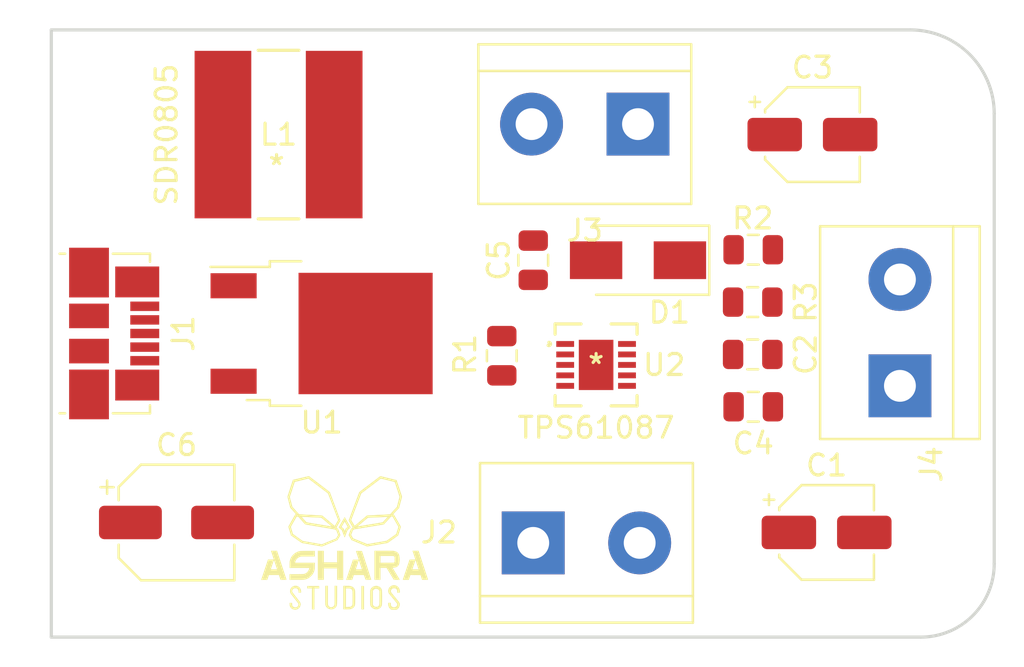
<source format=kicad_pcb>
(kicad_pcb (version 20171130) (host pcbnew 5.0.2-bee76a0~70~ubuntu16.04.1)

  (general
    (thickness 1.6)
    (drawings 6)
    (tracks 0)
    (zones 0)
    (modules 18)
    (nets 13)
  )

  (page A4)
  (layers
    (0 F.Cu signal)
    (31 B.Cu signal)
    (32 B.Adhes user)
    (33 F.Adhes user)
    (34 B.Paste user)
    (35 F.Paste user)
    (36 B.SilkS user)
    (37 F.SilkS user)
    (38 B.Mask user)
    (39 F.Mask user)
    (40 Dwgs.User user)
    (41 Cmts.User user)
    (42 Eco1.User user)
    (43 Eco2.User user)
    (44 Edge.Cuts user)
    (45 Margin user)
    (46 B.CrtYd user)
    (47 F.CrtYd user)
    (48 B.Fab user)
    (49 F.Fab user)
  )

  (setup
    (last_trace_width 0.25)
    (trace_clearance 0.2)
    (zone_clearance 0.508)
    (zone_45_only no)
    (trace_min 0.2)
    (segment_width 0.2)
    (edge_width 0.15)
    (via_size 0.8)
    (via_drill 0.4)
    (via_min_size 0.4)
    (via_min_drill 0.3)
    (uvia_size 0.3)
    (uvia_drill 0.1)
    (uvias_allowed no)
    (uvia_min_size 0.2)
    (uvia_min_drill 0.1)
    (pcb_text_width 0.3)
    (pcb_text_size 1.5 1.5)
    (mod_edge_width 0.15)
    (mod_text_size 1 1)
    (mod_text_width 0.15)
    (pad_size 1.524 1.524)
    (pad_drill 0.762)
    (pad_to_mask_clearance 0.051)
    (solder_mask_min_width 0.25)
    (aux_axis_origin 0 0)
    (visible_elements FFFFFF7F)
    (pcbplotparams
      (layerselection 0x010fc_ffffffff)
      (usegerberextensions false)
      (usegerberattributes false)
      (usegerberadvancedattributes false)
      (creategerberjobfile false)
      (excludeedgelayer true)
      (linewidth 0.100000)
      (plotframeref false)
      (viasonmask false)
      (mode 1)
      (useauxorigin false)
      (hpglpennumber 1)
      (hpglpenspeed 20)
      (hpglpendiameter 15.000000)
      (psnegative false)
      (psa4output false)
      (plotreference true)
      (plotvalue true)
      (plotinvisibletext false)
      (padsonsilk false)
      (subtractmaskfromsilk false)
      (outputformat 1)
      (mirror false)
      (drillshape 1)
      (scaleselection 1)
      (outputdirectory ""))
  )

  (net 0 "")
  (net 1 GND)
  (net 2 +5V)
  (net 3 +3V3)
  (net 4 "Net-(C4-Pad1)")
  (net 5 "Net-(C5-Pad1)")
  (net 6 +12V)
  (net 7 "Net-(D1-Pad2)")
  (net 8 "Net-(J1-Pad2)")
  (net 9 "Net-(J1-Pad3)")
  (net 10 "Net-(J1-Pad4)")
  (net 11 "Net-(R1-Pad1)")
  (net 12 /FB)

  (net_class Default "This is the default net class."
    (clearance 0.2)
    (trace_width 0.25)
    (via_dia 0.8)
    (via_drill 0.4)
    (uvia_dia 0.3)
    (uvia_drill 0.1)
    (add_net +12V)
    (add_net +3V3)
    (add_net +5V)
    (add_net /FB)
    (add_net GND)
    (add_net "Net-(C4-Pad1)")
    (add_net "Net-(C5-Pad1)")
    (add_net "Net-(D1-Pad2)")
    (add_net "Net-(J1-Pad2)")
    (add_net "Net-(J1-Pad3)")
    (add_net "Net-(J1-Pad4)")
    (add_net "Net-(R1-Pad1)")
  )

  (module LOGO (layer F.Cu) (tedit 5C2E5422) (tstamp 5C2E7C88)
    (at 154 99)
    (fp_text reference G*** (at -6.25 1) (layer F.SilkS) hide
      (effects (font (size 1.524 1.524) (thickness 0.3)))
    )
    (fp_text value LOGO (at -5.75 -1) (layer F.SilkS) hide
      (effects (font (size 1.524 1.524) (thickness 0.3)))
    )
    (fp_poly (pts (xy 0.002897 -1.22086) (xy 0.010279 -1.208849) (xy 0.02167 -1.189821) (xy 0.036593 -1.164585)
      (xy 0.054573 -1.133952) (xy 0.075131 -1.098731) (xy 0.097793 -1.059731) (xy 0.122082 -1.017764)
      (xy 0.12949 -1.004931) (xy 0.154658 -0.961313) (xy 0.1787 -0.919648) (xy 0.201081 -0.880862)
      (xy 0.221268 -0.845882) (xy 0.238724 -0.815636) (xy 0.252915 -0.79105) (xy 0.263305 -0.773052)
      (xy 0.26936 -0.762568) (xy 0.270007 -0.761449) (xy 0.283524 -0.738079) (xy 0.222693 -0.685989)
      (xy 0.200679 -0.667049) (xy 0.180175 -0.649247) (xy 0.162907 -0.634093) (xy 0.150599 -0.623095)
      (xy 0.146718 -0.619508) (xy 0.141958 -0.613906) (xy 0.136515 -0.60515) (xy 0.130011 -0.592355)
      (xy 0.122067 -0.574639) (xy 0.112304 -0.551117) (xy 0.100344 -0.520906) (xy 0.085807 -0.483123)
      (xy 0.068315 -0.436883) (xy 0.067433 -0.434539) (xy 0.052735 -0.395675) (xy 0.039048 -0.359921)
      (xy 0.02678 -0.328308) (xy 0.016341 -0.301873) (xy 0.008137 -0.281647) (xy 0.002579 -0.268666)
      (xy 0.000074 -0.263963) (xy 0.000055 -0.26396) (xy -0.00249 -0.268427) (xy -0.008009 -0.281016)
      (xy -0.016011 -0.30051) (xy -0.026006 -0.325694) (xy -0.037504 -0.355349) (xy -0.049624 -0.387225)
      (xy -0.063314 -0.423527) (xy -0.076996 -0.459746) (xy -0.089926 -0.493914) (xy -0.101359 -0.524066)
      (xy -0.11055 -0.548235) (xy -0.115245 -0.560526) (xy -0.134425 -0.610561) (xy -0.208904 -0.674444)
      (xy -0.283382 -0.738326) (xy -0.269936 -0.761573) (xy -0.269146 -0.762941) (xy -0.147822 -0.762941)
      (xy -0.144522 -0.758697) (xy -0.13485 -0.749473) (xy -0.120201 -0.73653) (xy -0.101967 -0.721126)
      (xy -0.09718 -0.717176) (xy -0.045637 -0.674843) (xy -0.02455 -0.618813) (xy -0.016129 -0.597155)
      (xy -0.008705 -0.579389) (xy -0.003073 -0.567329) (xy -0.000028 -0.562786) (xy 0 -0.562784)
      (xy 0.002988 -0.567164) (xy 0.008577 -0.579096) (xy 0.015973 -0.596768) (xy 0.024383 -0.618369)
      (xy 0.024551 -0.618813) (xy 0.045638 -0.674843) (xy 0.09718 -0.717176) (xy 0.116071 -0.732985)
      (xy 0.131714 -0.746639) (xy 0.142716 -0.756877) (xy 0.147683 -0.762439) (xy 0.147822 -0.762941)
      (xy 0.145045 -0.768638) (xy 0.138106 -0.781452) (xy 0.127749 -0.800083) (xy 0.114719 -0.823233)
      (xy 0.099763 -0.849603) (xy 0.083625 -0.877893) (xy 0.067049 -0.906804) (xy 0.050781 -0.935037)
      (xy 0.035567 -0.961294) (xy 0.022151 -0.984275) (xy 0.011278 -1.00268) (xy 0.003693 -1.015212)
      (xy 0.000142 -1.02057) (xy 0 -1.020675) (xy -0.002854 -1.016554) (xy -0.009858 -1.005057)
      (xy -0.020266 -0.987483) (xy -0.033334 -0.965131) (xy -0.048317 -0.939301) (xy -0.064469 -0.91129)
      (xy -0.081046 -0.882399) (xy -0.097301 -0.853927) (xy -0.112492 -0.827172) (xy -0.125871 -0.803434)
      (xy -0.136694 -0.784011) (xy -0.144216 -0.770203) (xy -0.147692 -0.763309) (xy -0.147822 -0.762941)
      (xy -0.269146 -0.762941) (xy -0.264831 -0.770409) (xy -0.255283 -0.786947) (xy -0.241827 -0.81026)
      (xy -0.224996 -0.839421) (xy -0.205326 -0.873505) (xy -0.183352 -0.911585) (xy -0.159607 -0.952735)
      (xy -0.134627 -0.996028) (xy -0.12949 -1.004931) (xy -0.104812 -1.04762) (xy -0.081621 -1.087579)
      (xy -0.060392 -1.123999) (xy -0.041602 -1.156071) (xy -0.025727 -1.182983) (xy -0.013244 -1.203928)
      (xy -0.00463 -1.218093) (xy -0.00036 -1.224671) (xy 0 -1.225043) (xy 0.002897 -1.22086)) (layer F.SilkS) (width 0.01))
    (fp_poly (pts (xy 1.718754 -3.183907) (xy 1.73366 -3.180172) (xy 1.756727 -3.174415) (xy 1.787202 -3.166822)
      (xy 1.824332 -3.157581) (xy 1.867362 -3.146879) (xy 1.91554 -3.134904) (xy 1.968112 -3.121843)
      (xy 2.024324 -3.107884) (xy 2.083425 -3.093214) (xy 2.097936 -3.089612) (xy 2.475147 -2.996006)
      (xy 2.606381 -2.60234) (xy 2.737615 -2.208673) (xy 2.666842 -1.938853) (xy 2.596069 -1.669032)
      (xy 2.450996 -1.514129) (xy 2.420254 -1.481196) (xy 2.391734 -1.450433) (xy 2.366136 -1.422613)
      (xy 2.344163 -1.398507) (xy 2.326517 -1.378889) (xy 2.3139 -1.364531) (xy 2.307014 -1.356206)
      (xy 2.305922 -1.354456) (xy 2.310358 -1.351543) (xy 2.321515 -1.349855) (xy 2.327101 -1.349686)
      (xy 2.348281 -1.349686) (xy 2.515111 -1.062803) (xy 2.543532 -1.013816) (xy 2.570393 -0.967299)
      (xy 2.595282 -0.923976) (xy 2.617792 -0.88457) (xy 2.637512 -0.849805) (xy 2.654033 -0.820403)
      (xy 2.666945 -0.797088) (xy 2.675839 -0.780584) (xy 2.680306 -0.771613) (xy 2.680759 -0.770205)
      (xy 2.678861 -0.763356) (xy 2.674382 -0.748275) (xy 2.667706 -0.726201) (xy 2.659217 -0.698373)
      (xy 2.649299 -0.666031) (xy 2.638335 -0.630414) (xy 2.626709 -0.59276) (xy 2.614804 -0.554308)
      (xy 2.603006 -0.516299) (xy 2.591697 -0.47997) (xy 2.581261 -0.446562) (xy 2.572083 -0.417312)
      (xy 2.564545 -0.393461) (xy 2.559032 -0.376247) (xy 2.555927 -0.366909) (xy 2.555496 -0.365769)
      (xy 2.550586 -0.360721) (xy 2.538425 -0.35059) (xy 2.519896 -0.336045) (xy 2.495882 -0.317755)
      (xy 2.467265 -0.296389) (xy 2.434927 -0.272616) (xy 2.399751 -0.247105) (xy 2.384905 -0.236436)
      (xy 2.344911 -0.207762) (xy 2.303971 -0.178399) (xy 2.263589 -0.149424) (xy 2.225263 -0.121914)
      (xy 2.190495 -0.096947) (xy 2.160785 -0.075598) (xy 2.137635 -0.058947) (xy 2.137153 -0.0586)
      (xy 2.111692 -0.040517) (xy 2.088407 -0.024442) (xy 2.068705 -0.011307) (xy 2.053991 -0.002049)
      (xy 2.04567 0.002401) (xy 2.045016 0.002607) (xy 2.036195 0.004367) (xy 2.018624 0.007606)
      (xy 1.993122 0.012185) (xy 1.960508 0.017962) (xy 1.9216 0.024797) (xy 1.877217 0.03255)
      (xy 1.828178 0.04108) (xy 1.775302 0.050247) (xy 1.719407 0.05991) (xy 1.661312 0.069928)
      (xy 1.601837 0.080162) (xy 1.5418 0.090471) (xy 1.482019 0.100713) (xy 1.423314 0.11075)
      (xy 1.366503 0.12044) (xy 1.312405 0.129642) (xy 1.26184 0.138217) (xy 1.215624 0.146023)
      (xy 1.174579 0.152921) (xy 1.139521 0.15877) (xy 1.111271 0.163429) (xy 1.090646 0.166757)
      (xy 1.078467 0.168616) (xy 1.075436 0.168968) (xy 1.065685 0.166915) (xy 1.049546 0.16171)
      (xy 1.029718 0.154268) (xy 1.01849 0.149667) (xy 1.006298 0.144558) (xy 0.985781 0.13601)
      (xy 0.957819 0.124387) (xy 0.923294 0.110055) (xy 0.883085 0.09338) (xy 0.838074 0.074726)
      (xy 0.789141 0.054458) (xy 0.737166 0.032941) (xy 0.683031 0.010542) (xy 0.652097 -0.002253)
      (xy 0.330526 -0.13524) (xy 0.262381 -0.249295) (xy 0.24424 -0.2799) (xy 0.227916 -0.3079)
      (xy 0.214083 -0.332105) (xy 0.203411 -0.351327) (xy 0.196572 -0.364375) (xy 0.194236 -0.370011)
      (xy 0.195993 -0.377935) (xy 0.196328 -0.378998) (xy 0.307402 -0.378998) (xy 0.355098 -0.297937)
      (xy 0.402795 -0.216876) (xy 0.738035 -0.079087) (xy 0.793032 -0.056539) (xy 0.845533 -0.035125)
      (xy 0.894782 -0.015146) (xy 0.940025 0.003097) (xy 0.980505 0.019302) (xy 1.015466 0.033168)
      (xy 1.044155 0.044394) (xy 1.065814 0.052678) (xy 1.079689 0.057719) (xy 1.084858 0.059234)
      (xy 1.092371 0.05852) (xy 1.108472 0.056252) (xy 1.131944 0.052624) (xy 1.16157 0.047834)
      (xy 1.196132 0.042078) (xy 1.234413 0.03555) (xy 1.266642 0.029951) (xy 1.30551 0.023146)
      (xy 1.352467 0.01493) (xy 1.405791 0.005606) (xy 1.463758 -0.004527) (xy 1.524645 -0.015167)
      (xy 1.586729 -0.026012) (xy 1.648287 -0.036763) (xy 1.707596 -0.047116) (xy 1.719026 -0.049111)
      (xy 2.001208 -0.098358) (xy 2.227026 -0.256364) (xy 2.26937 -0.286022) (xy 2.309362 -0.314089)
      (xy 2.346239 -0.340025) (xy 2.379237 -0.363291) (xy 2.40759 -0.383345) (xy 2.430536 -0.399649)
      (xy 2.44731 -0.411662) (xy 2.457148 -0.418844) (xy 2.459419 -0.420625) (xy 2.462371 -0.426705)
      (xy 2.467821 -0.441195) (xy 2.475393 -0.462968) (xy 2.48471 -0.490897) (xy 2.495397 -0.523857)
      (xy 2.507076 -0.560719) (xy 2.517923 -0.595648) (xy 2.56985 -0.764417) (xy 2.429027 -1.010983)
      (xy 2.288203 -1.257549) (xy 2.252615 -1.259004) (xy 2.217028 -1.26046) (xy 2.060691 -1.089671)
      (xy 2.02824 -1.054217) (xy 1.997327 -1.020437) (xy 1.968712 -0.989161) (xy 1.943156 -0.961222)
      (xy 1.921418 -0.93745) (xy 1.904258 -0.918676) (xy 1.892438 -0.905732) (xy 1.887246 -0.900032)
      (xy 1.870137 -0.881183) (xy 1.598706 -0.836539) (xy 1.550214 -0.828561) (xy 1.493294 -0.819194)
      (xy 1.429345 -0.808666) (xy 1.359768 -0.79721) (xy 1.285963 -0.785055) (xy 1.20933 -0.772432)
      (xy 1.131268 -0.759572) (xy 1.053178 -0.746706) (xy 0.976459 -0.734063) (xy 0.902512 -0.721875)
      (xy 0.886579 -0.719249) (xy 0.445883 -0.646601) (xy 0.415932 -0.620162) (xy 0.385981 -0.593722)
      (xy 0.346691 -0.48636) (xy 0.307402 -0.378998) (xy 0.196328 -0.378998) (xy 0.200905 -0.393506)
      (xy 0.208429 -0.415318) (xy 0.218027 -0.441963) (xy 0.229155 -0.472036) (xy 0.241274 -0.504129)
      (xy 0.253841 -0.536835) (xy 0.266318 -0.568748) (xy 0.278161 -0.598461) (xy 0.288831 -0.624568)
      (xy 0.297786 -0.645661) (xy 0.304485 -0.660334) (xy 0.308388 -0.667181) (xy 0.308592 -0.667372)
      (xy 0.316745 -0.673782) (xy 0.330293 -0.684406) (xy 0.346788 -0.697323) (xy 0.353065 -0.702235)
      (xy 0.368656 -0.714836) (xy 0.380722 -0.725357) (xy 0.387461 -0.73219) (xy 0.388275 -0.733631)
      (xy 0.38589 -0.738683) (xy 0.379006 -0.751374) (xy 0.368165 -0.77075) (xy 0.36221 -0.781239)
      (xy 0.610098 -0.781239) (xy 0.62753 -0.784202) (xy 0.635962 -0.78561) (xy 0.653145 -0.788458)
      (xy 0.678001 -0.792567) (xy 0.709452 -0.79776) (xy 0.74642 -0.803859) (xy 0.787827 -0.810686)
      (xy 0.832596 -0.818063) (xy 0.869079 -0.824072) (xy 0.915406 -0.831699) (xy 0.969876 -0.840662)
      (xy 1.030802 -0.850685) (xy 1.096498 -0.86149) (xy 1.165278 -0.872799) (xy 1.235454 -0.884336)
      (xy 1.305341 -0.895824) (xy 1.373253 -0.906984) (xy 1.429373 -0.916204) (xy 1.486753 -0.925655)
      (xy 1.541821 -0.934774) (xy 1.593695 -0.94341) (xy 1.641492 -0.951415) (xy 1.68433 -0.958641)
      (xy 1.721328 -0.964937) (xy 1.751603 -0.970154) (xy 1.774273 -0.974145) (xy 1.788457 -0.976759)
      (xy 1.792203 -0.977529) (xy 1.799447 -0.979319) (xy 1.806069 -0.98161) (xy 1.812886 -0.985148)
      (xy 1.820713 -0.990681) (xy 1.830365 -0.99896) (xy 1.842659 -1.01073) (xy 1.85841 -1.026742)
      (xy 1.878434 -1.047743) (xy 1.903546 -1.074481) (xy 1.934563 -1.107705) (xy 1.937288 -1.110627)
      (xy 1.969205 -1.144957) (xy 1.994785 -1.172745) (xy 2.014577 -1.194645) (xy 2.029128 -1.211313)
      (xy 2.038986 -1.223405) (xy 2.044699 -1.231576) (xy 2.046816 -1.236481) (xy 2.045883 -1.238777)
      (xy 2.044712 -1.239121) (xy 2.03842 -1.239126) (xy 2.023038 -1.238767) (xy 1.999427 -1.238077)
      (xy 1.96845 -1.237086) (xy 1.93097 -1.235828) (xy 1.887848 -1.234335) (xy 1.839948 -1.232638)
      (xy 1.788131 -1.23077) (xy 1.73326 -1.228762) (xy 1.676197 -1.226647) (xy 1.617804 -1.224458)
      (xy 1.558945 -1.222225) (xy 1.50048 -1.219982) (xy 1.443273 -1.21776) (xy 1.388185 -1.215591)
      (xy 1.33608 -1.213508) (xy 1.287819 -1.211542) (xy 1.244265 -1.209727) (xy 1.20628 -1.208093)
      (xy 1.180857 -1.206955) (xy 1.109144 -1.203673) (xy 0.872072 -1.004637) (xy 0.829871 -0.969179)
      (xy 0.789675 -0.935353) (xy 0.75218 -0.903748) (xy 0.71808 -0.874952) (xy 0.68807 -0.849552)
      (xy 0.662844 -0.828136) (xy 0.643098 -0.811294) (xy 0.629525 -0.799612) (xy 0.622821 -0.79368)
      (xy 0.622549 -0.793419) (xy 0.610098 -0.781239) (xy 0.36221 -0.781239) (xy 0.353908 -0.795858)
      (xy 0.336778 -0.825746) (xy 0.317317 -0.85946) (xy 0.296065 -0.896047) (xy 0.291226 -0.904347)
      (xy 0.193982 -1.071059) (xy 0.200761 -1.08929) (xy 0.309276 -1.08929) (xy 0.392269 -0.950547)
      (xy 0.41239 -0.91705) (xy 0.430925 -0.886464) (xy 0.447251 -0.859796) (xy 0.460744 -0.838054)
      (xy 0.470781 -0.822245) (xy 0.476739 -0.813375) (xy 0.478107 -0.811803) (xy 0.482324 -0.814929)
      (xy 0.493461 -0.82393) (xy 0.510842 -0.838239) (xy 0.533789 -0.857293) (xy 0.561624 -0.880524)
      (xy 0.593668 -0.907368) (xy 0.629245 -0.937259) (xy 0.667677 -0.969633) (xy 0.702408 -0.998954)
      (xy 0.745522 -1.035381) (xy 0.788545 -1.07172) (xy 0.830479 -1.107126) (xy 0.870328 -1.140759)
      (xy 0.907092 -1.171776) (xy 0.939775 -1.199336) (xy 0.967378 -1.222597) (xy 0.988903 -1.240716)
      (xy 0.997537 -1.247973) (xy 1.071212 -1.309843) (xy 1.09766 -1.309843) (xy 1.110964 -1.310091)
      (xy 1.132144 -1.310782) (xy 1.159127 -1.311834) (xy 1.189844 -1.313167) (xy 1.222222 -1.314699)
      (xy 1.223201 -1.314748) (xy 1.243683 -1.315754) (xy 1.273148 -1.31719) (xy 1.310632 -1.319011)
      (xy 1.35517 -1.321168) (xy 1.405795 -1.323616) (xy 1.461544 -1.326308) (xy 1.52145 -1.329197)
      (xy 1.584548 -1.332236) (xy 1.649873 -1.33538) (xy 1.71646 -1.338581) (xy 1.745628 -1.339982)
      (xy 1.82915 -1.344044) (xy 1.902969 -1.347743) (xy 1.967337 -1.351096) (xy 2.022504 -1.354118)
      (xy 2.068722 -1.356823) (xy 2.106241 -1.359228) (xy 2.135313 -1.361348) (xy 2.156188 -1.363198)
      (xy 2.169118 -1.364793) (xy 2.174353 -1.366149) (xy 2.174412 -1.366204) (xy 2.178861 -1.371071)
      (xy 2.189272 -1.382489) (xy 2.204903 -1.399643) (xy 2.22501 -1.421716) (xy 2.24885 -1.447894)
      (xy 2.275682 -1.477362) (xy 2.304761 -1.509302) (xy 2.315874 -1.521509) (xy 2.346386 -1.554998)
      (xy 2.375613 -1.587019) (xy 2.402691 -1.61663) (xy 2.426757 -1.64289) (xy 2.446948 -1.664856)
      (xy 2.462399 -1.681589) (xy 2.472249 -1.692145) (xy 2.473838 -1.693816) (xy 2.495791 -1.71671)
      (xy 2.557739 -1.955286) (xy 2.569973 -2.002586) (xy 2.581406 -2.047137) (xy 2.591796 -2.087973)
      (xy 2.600901 -2.124132) (xy 2.608482 -2.154647) (xy 2.614296 -2.178556) (xy 2.618103 -2.194894)
      (xy 2.619661 -2.202697) (xy 2.619686 -2.203055) (xy 2.618187 -2.209537) (xy 2.613884 -2.224464)
      (xy 2.607073 -2.246931) (xy 2.598046 -2.276032) (xy 2.587098 -2.310862) (xy 2.574523 -2.350516)
      (xy 2.560615 -2.394088) (xy 2.545668 -2.440673) (xy 2.529976 -2.489365) (xy 2.513832 -2.539258)
      (xy 2.497531 -2.589448) (xy 2.481367 -2.639028) (xy 2.465633 -2.687094) (xy 2.450624 -2.73274)
      (xy 2.436634 -2.77506) (xy 2.423957 -2.813148) (xy 2.412886 -2.846101) (xy 2.403716 -2.873011)
      (xy 2.39674 -2.892974) (xy 2.392253 -2.905083) (xy 2.390645 -2.908514) (xy 2.385131 -2.91018)
      (xy 2.37075 -2.914039) (xy 2.348305 -2.919885) (xy 2.318597 -2.927516) (xy 2.282429 -2.936727)
      (xy 2.240601 -2.947315) (xy 2.193916 -2.959075) (xy 2.143176 -2.971804) (xy 2.089183 -2.985298)
      (xy 2.058782 -2.992874) (xy 1.993734 -3.009043) (xy 1.937664 -3.022913) (xy 1.889896 -3.034633)
      (xy 1.849752 -3.044354) (xy 1.816556 -3.052227) (xy 1.789631 -3.058402) (xy 1.768301 -3.063028)
      (xy 1.751888 -3.066256) (xy 1.739716 -3.068236) (xy 1.731108 -3.06912) (xy 1.725388 -3.069056)
      (xy 1.721878 -3.068195) (xy 1.721194 -3.067828) (xy 1.715932 -3.064012) (xy 1.703256 -3.054547)
      (xy 1.683675 -3.03982) (xy 1.6577 -3.020217) (xy 1.625841 -2.996124) (xy 1.588607 -2.967929)
      (xy 1.546509 -2.936017) (xy 1.500056 -2.900775) (xy 1.449758 -2.86259) (xy 1.396126 -2.821848)
      (xy 1.339669 -2.778935) (xy 1.280897 -2.734237) (xy 1.255287 -2.714752) (xy 1.195761 -2.669459)
      (xy 1.138391 -2.625806) (xy 1.083682 -2.584177) (xy 1.032138 -2.544957) (xy 0.984264 -2.50853)
      (xy 0.940565 -2.475279) (xy 0.901545 -2.445588) (xy 0.867708 -2.419842) (xy 0.839561 -2.398425)
      (xy 0.817607 -2.38172) (xy 0.80235 -2.370112) (xy 0.794296 -2.363984) (xy 0.793168 -2.363125)
      (xy 0.790647 -2.357936) (xy 0.78484 -2.34396) (xy 0.775955 -2.321737) (xy 0.764199 -2.29181)
      (xy 0.74978 -2.254719) (xy 0.732906 -2.211006) (xy 0.713783 -2.161211) (xy 0.692621 -2.105875)
      (xy 0.669625 -2.045541) (xy 0.645004 -1.980748) (xy 0.618966 -1.912038) (xy 0.591717 -1.839952)
      (xy 0.563465 -1.765031) (xy 0.547902 -1.723683) (xy 0.309276 -1.08929) (xy 0.200761 -1.08929)
      (xy 0.443501 -1.742029) (xy 0.472723 -1.82056) (xy 0.501054 -1.896598) (xy 0.528293 -1.969613)
      (xy 0.554243 -2.039074) (xy 0.578703 -2.104452) (xy 0.601473 -2.165215) (xy 0.622356 -2.220834)
      (xy 0.641151 -2.270778) (xy 0.65766 -2.314517) (xy 0.671682 -2.35152) (xy 0.683019 -2.381257)
      (xy 0.69147 -2.403198) (xy 0.696838 -2.416812) (xy 0.698873 -2.421515) (xy 0.703546 -2.425592)
      (xy 0.715657 -2.435282) (xy 0.734698 -2.450193) (xy 0.760158 -2.469936) (xy 0.791527 -2.49412)
      (xy 0.828295 -2.522354) (xy 0.869954 -2.554248) (xy 0.915992 -2.58941) (xy 0.965901 -2.627451)
      (xy 1.019171 -2.667979) (xy 1.075291 -2.710604) (xy 1.133752 -2.754936) (xy 1.152961 -2.769487)
      (xy 1.213123 -2.815049) (xy 1.271835 -2.859516) (xy 1.328517 -2.902447) (xy 1.382589 -2.943404)
      (xy 1.433471 -2.981946) (xy 1.480581 -3.017633) (xy 1.523341 -3.050027) (xy 1.561169 -3.078687)
      (xy 1.593485 -3.103174) (xy 1.619709 -3.123049) (xy 1.63926 -3.137871) (xy 1.651559 -3.147201)
      (xy 1.652998 -3.148293) (xy 1.674446 -3.163967) (xy 1.692523 -3.175977) (xy 1.705787 -3.183427)
      (xy 1.712763 -3.185431) (xy 1.718754 -3.183907)) (layer F.SilkS) (width 0.01))
    (fp_poly (pts (xy -1.688653 -3.17368) (xy -1.682417 -3.168971) (xy -1.668757 -3.158619) (xy -1.648176 -3.143004)
      (xy -1.621181 -3.122512) (xy -1.588276 -3.097526) (xy -1.549965 -3.068429) (xy -1.506753 -3.035604)
      (xy -1.459145 -2.999435) (xy -1.407647 -2.960306) (xy -1.352762 -2.9186) (xy -1.294996 -2.8747)
      (xy -1.234853 -2.82899) (xy -1.18632 -2.792101) (xy -1.109951 -2.733984) (xy -1.039492 -2.680223)
      (xy -0.975138 -2.630971) (xy -0.917085 -2.58638) (xy -0.865528 -2.546602) (xy -0.820663 -2.511789)
      (xy -0.782686 -2.482093) (xy -0.751791 -2.457666) (xy -0.728175 -2.438659) (xy -0.712032 -2.425225)
      (xy -0.703559 -2.417516) (xy -0.702235 -2.415731) (xy -0.700525 -2.410154) (xy -0.695525 -2.395777)
      (xy -0.68743 -2.37313) (xy -0.676435 -2.342745) (xy -0.662736 -2.305151) (xy -0.646528 -2.26088)
      (xy -0.628006 -2.210462) (xy -0.607366 -2.154429) (xy -0.584802 -2.093311) (xy -0.560509 -2.027639)
      (xy -0.534684 -1.957943) (xy -0.507521 -1.884755) (xy -0.479216 -1.808605) (xy -0.453382 -1.739201)
      (xy -0.204529 -1.071083) (xy -0.29899 -0.904036) (xy -0.320012 -0.86675) (xy -0.339408 -0.832136)
      (xy -0.356644 -0.801161) (xy -0.37119 -0.77479) (xy -0.382512 -0.75399) (xy -0.390078 -0.739726)
      (xy -0.393356 -0.732965) (xy -0.393451 -0.732602) (xy -0.389874 -0.727775) (xy -0.380192 -0.718104)
      (xy -0.365974 -0.705093) (xy -0.352363 -0.693267) (xy -0.311274 -0.65832) (xy -0.257988 -0.513195)
      (xy -0.204701 -0.36807) (xy -0.346137 -0.134866) (xy -0.707555 0.017234) (xy -0.772419 0.044448)
      (xy -0.832611 0.069534) (xy -0.887616 0.092286) (xy -0.936915 0.112493) (xy -0.979993 0.129948)
      (xy -1.016332 0.144443) (xy -1.045416 0.155768) (xy -1.066727 0.163715) (xy -1.07975 0.168077)
      (xy -1.083575 0.168889) (xy -1.091607 0.167938) (xy -1.108292 0.165415) (xy -1.132482 0.161511)
      (xy -1.163027 0.15642) (xy -1.198777 0.150334) (xy -1.238582 0.143444) (xy -1.281293 0.135943)
      (xy -1.292412 0.133973) (xy -1.404897 0.114059) (xy -1.525234 0.09285) (xy -1.653921 0.070258)
      (xy -1.791459 0.046197) (xy -1.929902 0.022048) (xy -1.960764 0.01665) (xy -1.988739 0.011715)
      (xy -2.01217 0.007539) (xy -2.029397 0.004418) (xy -2.03876 0.002648) (xy -2.03947 0.002499)
      (xy -2.045207 -0.0007) (xy -2.058339 -0.00917) (xy -2.078142 -0.022413) (xy -2.103893 -0.039932)
      (xy -2.134868 -0.061228) (xy -2.170342 -0.085803) (xy -2.209592 -0.113159) (xy -2.251894 -0.142799)
      (xy -2.296522 -0.174223) (xy -2.303134 -0.178891) (xy -2.556836 -0.358082) (xy -2.620683 -0.561286)
      (xy -2.634232 -0.604451) (xy -2.646855 -0.644751) (xy -2.658239 -0.681178) (xy -2.668068 -0.712722)
      (xy -2.676029 -0.738373) (xy -2.681808 -0.757123) (xy -2.684073 -0.764604) (xy -2.568379 -0.764604)
      (xy -2.567337 -0.757609) (xy -2.563626 -0.742281) (xy -2.557573 -0.719788) (xy -2.549508 -0.691294)
      (xy -2.53976 -0.657966) (xy -2.528658 -0.620971) (xy -2.518864 -0.58901) (xy -2.467686 -0.423491)
      (xy -2.420421 -0.389427) (xy -2.406195 -0.379173) (xy -2.38501 -0.363902) (xy -2.357989 -0.344422)
      (xy -2.326252 -0.321542) (xy -2.290921 -0.29607) (xy -2.253117 -0.268815) (xy -2.213962 -0.240585)
      (xy -2.19352 -0.225847) (xy -2.156092 -0.198872) (xy -2.121095 -0.17367) (xy -2.089368 -0.150844)
      (xy -2.061751 -0.130996) (xy -2.039083 -0.114729) (xy -2.022204 -0.102647) (xy -2.011952 -0.095352)
      (xy -2.009141 -0.093399) (xy -2.003535 -0.092059) (xy -1.988945 -0.089171) (xy -1.966203 -0.084888)
      (xy -1.936142 -0.079359) (xy -1.899591 -0.072735) (xy -1.857384 -0.065166) (xy -1.810352 -0.056803)
      (xy -1.759326 -0.047796) (xy -1.705138 -0.038295) (xy -1.685758 -0.034912) (xy -1.625914 -0.024469)
      (xy -1.565251 -0.013864) (xy -1.505111 -0.003333) (xy -1.446839 0.006886) (xy -1.391779 0.016558)
      (xy -1.341273 0.025448) (xy -1.296667 0.033319) (xy -1.259303 0.039934) (xy -1.232647 0.044679)
      (xy -1.197128 0.05101) (xy -1.164717 0.056753) (xy -1.136738 0.061677) (xy -1.114515 0.065549)
      (xy -1.099372 0.068137) (xy -1.092633 0.06921) (xy -1.09253 0.06922) (xy -1.085782 0.067616)
      (xy -1.072124 0.062888) (xy -1.053795 0.055845) (xy -1.040236 0.050325) (xy -1.026983 0.044854)
      (xy -1.005505 0.036037) (xy -0.976801 0.024284) (xy -0.941871 0.010002) (xy -0.901717 -0.006399)
      (xy -0.857337 -0.024511) (xy -0.809733 -0.043925) (xy -0.759905 -0.064232) (xy -0.722157 -0.079608)
      (xy -0.672231 -0.099947) (xy -0.624506 -0.119405) (xy -0.579877 -0.137615) (xy -0.539243 -0.154211)
      (xy -0.503501 -0.168825) (xy -0.473549 -0.181091) (xy -0.450284 -0.190641) (xy -0.434603 -0.197109)
      (xy -0.427996 -0.199872) (xy -0.419754 -0.203751) (xy -0.412615 -0.208431) (xy -0.405573 -0.215206)
      (xy -0.397621 -0.225369) (xy -0.387753 -0.240212) (xy -0.374963 -0.261031) (xy -0.358242 -0.289117)
      (xy -0.357315 -0.290685) (xy -0.309363 -0.371766) (xy -0.349864 -0.47995) (xy -0.390365 -0.588133)
      (xy -0.451045 -0.641407) (xy -0.752199 -0.692173) (xy -0.807765 -0.701534) (xy -0.87154 -0.712269)
      (xy -0.94191 -0.724105) (xy -1.017258 -0.736773) (xy -1.095971 -0.749999) (xy -1.176432 -0.763513)
      (xy -1.257028 -0.777045) (xy -1.336143 -0.790321) (xy -1.412162 -0.803071) (xy -1.466725 -0.812218)
      (xy -1.539999 -0.824503) (xy -1.604084 -0.835271) (xy -1.65962 -0.844645) (xy -1.707243 -0.852751)
      (xy -1.74759 -0.859711) (xy -1.781298 -0.865651) (xy -1.809005 -0.870695) (xy -1.831347 -0.874967)
      (xy -1.848963 -0.878592) (xy -1.862488 -0.881693) (xy -1.87256 -0.884395) (xy -1.879817 -0.886823)
      (xy -1.884896 -0.8891) (xy -1.888433 -0.891351) (xy -1.891066 -0.893701) (xy -1.892549 -0.895288)
      (xy -1.898356 -0.901771) (xy -1.910064 -0.914884) (xy -1.926951 -0.933817) (xy -1.948295 -0.95776)
      (xy -1.973374 -0.985904) (xy -2.001466 -1.017437) (xy -2.03185 -1.05155) (xy -2.059026 -1.082069)
      (xy -2.206048 -1.247193) (xy -2.056225 -1.247193) (xy -2.053389 -1.243363) (xy -2.044809 -1.233147)
      (xy -2.031393 -1.21757) (xy -2.01405 -1.197659) (xy -1.993688 -1.17444) (xy -1.971215 -1.14894)
      (xy -1.94754 -1.122186) (xy -1.923572 -1.095203) (xy -1.900218 -1.069018) (xy -1.878388 -1.044658)
      (xy -1.85899 -1.02315) (xy -1.842932 -1.005518) (xy -1.831122 -0.992791) (xy -1.830348 -0.991974)
      (xy -1.828172 -0.99015) (xy -1.824767 -0.988275) (xy -1.819614 -0.986255) (xy -1.812192 -0.983994)
      (xy -1.801981 -0.981399) (xy -1.788458 -0.978374) (xy -1.771105 -0.974825) (xy -1.749401 -0.970657)
      (xy -1.722824 -0.965774) (xy -1.690855 -0.960083) (xy -1.652972 -0.953488) (xy -1.608655 -0.945896)
      (xy -1.557383 -0.93721) (xy -1.498636 -0.927336) (xy -1.431894 -0.91618) (xy -1.356635 -0.903646)
      (xy -1.272338 -0.889641) (xy -1.224694 -0.881734) (xy -1.148924 -0.86917) (xy -1.075803 -0.857061)
      (xy -1.005941 -0.845506) (xy -0.939949 -0.834606) (xy -0.878435 -0.824461) (xy -0.822012 -0.815172)
      (xy -0.771289 -0.806839) (xy -0.726876 -0.799561) (xy -0.689384 -0.79344) (xy -0.659422 -0.788575)
      (xy -0.637601 -0.785068) (xy -0.624531 -0.783017) (xy -0.620825 -0.782495) (xy -0.621328 -0.785291)
      (xy -0.628518 -0.793416) (xy -0.641385 -0.80588) (xy -0.658917 -0.821693) (xy -0.67561 -0.836082)
      (xy -0.742455 -0.892661) (xy -0.802133 -0.943147) (xy -0.855073 -0.987885) (xy -0.901705 -1.027224)
      (xy -0.94246 -1.061509) (xy -0.977768 -1.09109) (xy -1.008058 -1.116311) (xy -1.03376 -1.137522)
      (xy -1.055305 -1.155068) (xy -1.073123 -1.169297) (xy -1.087643 -1.180557) (xy -1.099296 -1.189194)
      (xy -1.108511 -1.195556) (xy -1.115719 -1.19999) (xy -1.12135 -1.202842) (xy -1.125833 -1.204461)
      (xy -1.129599 -1.205194) (xy -1.133039 -1.205386) (xy -1.140877 -1.205655) (xy -1.157922 -1.20637)
      (xy -1.183434 -1.207496) (xy -1.216671 -1.208998) (xy -1.25689 -1.210843) (xy -1.303352 -1.212995)
      (xy -1.355313 -1.215422) (xy -1.412033 -1.218087) (xy -1.472771 -1.220957) (xy -1.536784 -1.223998)
      (xy -1.603331 -1.227175) (xy -1.603686 -1.227192) (xy -1.669756 -1.230336) (xy -1.732949 -1.233309)
      (xy -1.792563 -1.236079) (xy -1.847893 -1.238614) (xy -1.898237 -1.240885) (xy -1.942892 -1.24286)
      (xy -1.981153 -1.244508) (xy -2.012317 -1.245797) (xy -2.035681 -1.246697) (xy -2.050541 -1.247177)
      (xy -2.056195 -1.247205) (xy -2.056225 -1.247193) (xy -2.206048 -1.247193) (xy -2.213051 -1.255058)
      (xy -2.253261 -1.255022) (xy -2.29347 -1.254986) (xy -2.430093 -1.014833) (xy -2.455645 -0.969791)
      (xy -2.479702 -0.927142) (xy -2.50181 -0.887706) (xy -2.521515 -0.852304) (xy -2.538364 -0.821755)
      (xy -2.551905 -0.79688) (xy -2.561683 -0.7785) (xy -2.567246 -0.767434) (xy -2.568379 -0.764604)
      (xy -2.684073 -0.764604) (xy -2.685091 -0.767962) (xy -2.685726 -0.770221) (xy -2.683521 -0.775407)
      (xy -2.67676 -0.788518) (xy -2.665841 -0.808839) (xy -2.651161 -0.835652) (xy -2.633119 -0.868242)
      (xy -2.612111 -0.905891) (xy -2.588536 -0.947885) (xy -2.562791 -0.993506) (xy -2.535273 -1.042038)
      (xy -2.517919 -1.072533) (xy -2.484937 -1.130394) (xy -2.456502 -1.180203) (xy -2.432237 -1.222565)
      (xy -2.411765 -1.258089) (xy -2.394711 -1.287379) (xy -2.380697 -1.311044) (xy -2.369348 -1.329689)
      (xy -2.360287 -1.343921) (xy -2.353137 -1.354346) (xy -2.347522 -1.361572) (xy -2.343066 -1.366205)
      (xy -2.339392 -1.368852) (xy -2.336124 -1.370119) (xy -2.332946 -1.370606) (xy -2.329168 -1.371137)
      (xy -2.326789 -1.37237) (xy -2.326343 -1.374974) (xy -2.328359 -1.379616) (xy -2.33337 -1.386965)
      (xy -2.341906 -1.397689) (xy -2.354498 -1.412456) (xy -2.371678 -1.431933) (xy -2.393976 -1.456788)
      (xy -2.421924 -1.487691) (xy -2.455307 -1.524485) (xy -2.593638 -1.676872) (xy -2.661707 -1.939295)
      (xy -2.726942 -2.19079) (xy -2.619712 -2.19079) (xy -2.559461 -1.958832) (xy -2.49921 -1.726873)
      (xy -2.341556 -1.548589) (xy -2.309775 -1.51282) (xy -2.279817 -1.479431) (xy -2.25236 -1.449153)
      (xy -2.228077 -1.422716) (xy -2.207644 -1.400848) (xy -2.191737 -1.38428) (xy -2.181031 -1.37374)
      (xy -2.176201 -1.369958) (xy -2.176182 -1.369956) (xy -2.166272 -1.366812) (xy -2.163731 -1.3649)
      (xy -2.158218 -1.364035) (xy -2.143402 -1.362747) (xy -2.119929 -1.361074) (xy -2.088445 -1.359051)
      (xy -2.049597 -1.356714) (xy -2.004033 -1.3541) (xy -1.952397 -1.351246) (xy -1.895337 -1.348187)
      (xy -1.8335 -1.34496) (xy -1.767532 -1.341602) (xy -1.69808 -1.338147) (xy -1.62579 -1.334634)
      (xy -1.618627 -1.33429) (xy -1.524688 -1.32975) (xy -1.440421 -1.325598) (xy -1.365546 -1.321816)
      (xy -1.299783 -1.31839) (xy -1.24285 -1.315302) (xy -1.194469 -1.312536) (xy -1.154359 -1.310075)
      (xy -1.122239 -1.307904) (xy -1.097829 -1.306006) (xy -1.080848 -1.304365) (xy -1.071017 -1.302964)
      (xy -1.068294 -1.302153) (xy -1.062972 -1.298013) (xy -1.050645 -1.287955) (xy -1.031921 -1.272486)
      (xy -1.007406 -1.252113) (xy -0.977707 -1.227342) (xy -0.943431 -1.198682) (xy -0.905185 -1.166639)
      (xy -0.863575 -1.131719) (xy -0.81921 -1.094431) (xy -0.772695 -1.055281) (xy -0.764993 -1.048793)
      (xy -0.718457 -1.009615) (xy -0.67417 -0.972385) (xy -0.632715 -0.93759) (xy -0.594676 -0.905716)
      (xy -0.560636 -0.87725) (xy -0.531177 -0.852679) (xy -0.506883 -0.832489) (xy -0.488337 -0.817169)
      (xy -0.476122 -0.807204) (xy -0.47082 -0.803081) (xy -0.470641 -0.803) (xy -0.468016 -0.807484)
      (xy -0.461037 -0.819589) (xy -0.450294 -0.838285) (xy -0.436378 -0.862544) (xy -0.419878 -0.891339)
      (xy -0.401384 -0.923642) (xy -0.389207 -0.944925) (xy -0.369775 -0.97903) (xy -0.352034 -1.01043)
      (xy -0.336569 -1.038068) (xy -0.323965 -1.060887) (xy -0.314807 -1.07783) (xy -0.309681 -1.087842)
      (xy -0.308784 -1.090092) (xy -0.310522 -1.095216) (xy -0.3156 -1.109107) (xy -0.323813 -1.131225)
      (xy -0.334957 -1.161029) (xy -0.348829 -1.197977) (xy -0.365223 -1.241529) (xy -0.383937 -1.291143)
      (xy -0.404764 -1.346278) (xy -0.427503 -1.406393) (xy -0.451947 -1.470946) (xy -0.477893 -1.539398)
      (xy -0.505138 -1.611205) (xy -0.533475 -1.685829) (xy -0.547962 -1.723951) (xy -0.587809 -1.828649)
      (xy -0.62421 -1.924003) (xy -0.657166 -2.010011) (xy -0.686677 -2.086675) (xy -0.712742 -2.153995)
      (xy -0.735363 -2.211972) (xy -0.75454 -2.260606) (xy -0.770271 -2.299897) (xy -0.782559 -2.329846)
      (xy -0.791402 -2.350454) (xy -0.796802 -2.361721) (xy -0.798226 -2.363867) (xy -0.804628 -2.369231)
      (xy -0.818018 -2.379866) (xy -0.837442 -2.395033) (xy -0.861945 -2.413994) (xy -0.890573 -2.436009)
      (xy -0.922369 -2.460341) (xy -0.956381 -2.48625) (xy -0.958725 -2.488031) (xy -0.987854 -2.510166)
      (xy -1.023862 -2.53753) (xy -1.065699 -2.569325) (xy -1.112315 -2.604753) (xy -1.16266 -2.643016)
      (xy -1.215684 -2.683316) (xy -1.270335 -2.724853) (xy -1.325565 -2.766831) (xy -1.380322 -2.80845)
      (xy -1.419363 -2.838125) (xy -1.730589 -3.074688) (xy -2.384137 -2.911512) (xy -2.501924 -2.551151)
      (xy -2.619712 -2.19079) (xy -2.726942 -2.19079) (xy -2.729777 -2.201719) (xy -2.599369 -2.603693)
      (xy -2.579611 -2.664556) (xy -2.560722 -2.722666) (xy -2.54293 -2.777328) (xy -2.52646 -2.827849)
      (xy -2.51154 -2.873536) (xy -2.498397 -2.913695) (xy -2.487257 -2.947634) (xy -2.478347 -2.974658)
      (xy -2.471894 -2.994076) (xy -2.468125 -3.005192) (xy -2.467206 -3.007663) (xy -2.462013 -3.009401)
      (xy -2.448747 -3.012948) (xy -2.429046 -3.01789) (xy -2.404548 -3.023815) (xy -2.384441 -3.028554)
      (xy -2.364653 -3.033176) (xy -2.336323 -3.039801) (xy -2.300606 -3.048159) (xy -2.258658 -3.057979)
      (xy -2.211635 -3.068992) (xy -2.160691 -3.080926) (xy -2.106983 -3.09351) (xy -2.051666 -3.106474)
      (xy -2.005165 -3.117375) (xy -1.706899 -3.187301) (xy -1.688653 -3.17368)) (layer F.SilkS) (width 0.01))
    (fp_poly (pts (xy 1.93095 0.378584) (xy 2.010738 0.378803) (xy 2.081743 0.379167) (xy 2.143791 0.379672)
      (xy 2.196712 0.380316) (xy 2.240332 0.381099) (xy 2.274481 0.382017) (xy 2.298986 0.383069)
      (xy 2.311952 0.38405) (xy 2.356048 0.390632) (xy 2.399397 0.400441) (xy 2.438926 0.412661)
      (xy 2.471222 0.426304) (xy 2.49622 0.442039) (xy 2.522304 0.463571) (xy 2.546035 0.487825)
      (xy 2.56009 0.505763) (xy 2.581643 0.54462) (xy 2.598457 0.591737) (xy 2.610551 0.647227)
      (xy 2.617944 0.7112) (xy 2.620654 0.783768) (xy 2.618938 0.860131) (xy 2.614039 0.920643)
      (xy 2.605269 0.972794) (xy 2.592325 1.017526) (xy 2.574906 1.055776) (xy 2.552708 1.088485)
      (xy 2.541385 1.101327) (xy 2.515369 1.124708) (xy 2.485493 1.143633) (xy 2.450428 1.158621)
      (xy 2.408847 1.170194) (xy 2.359423 1.178872) (xy 2.336198 1.181757) (xy 2.281981 1.187824)
      (xy 2.453324 1.470593) (xy 2.482563 1.518881) (xy 2.510228 1.564637) (xy 2.535894 1.607154)
      (xy 2.559137 1.645725) (xy 2.579532 1.679643) (xy 2.596653 1.708201) (xy 2.610076 1.730691)
      (xy 2.619375 1.746407) (xy 2.624126 1.75464) (xy 2.624667 1.755721) (xy 2.619897 1.756332)
      (xy 2.606429 1.756885) (xy 2.585524 1.757357) (xy 2.558446 1.757728) (xy 2.526457 1.757975)
      (xy 2.490818 1.758077) (xy 2.485715 1.758079) (xy 2.346763 1.758079) (xy 2.215847 1.542677)
      (xy 2.188588 1.497832) (xy 2.161509 1.453289) (xy 2.135324 1.410225) (xy 2.110751 1.369821)
      (xy 2.088507 1.333252) (xy 2.069308 1.301699) (xy 2.053871 1.276339) (xy 2.043183 1.258795)
      (xy 2.001435 1.190314) (xy 1.708275 1.190314) (xy 1.708275 1.758079) (xy 1.424392 1.758079)
      (xy 1.424392 0.951539) (xy 1.708275 0.951539) (xy 2.025775 0.950152) (xy 2.090281 0.949853)
      (xy 2.145577 0.949547) (xy 2.192414 0.949211) (xy 2.23154 0.948823) (xy 2.263707 0.94836)
      (xy 2.289665 0.947801) (xy 2.310165 0.947121) (xy 2.325956 0.946298) (xy 2.337789 0.945311)
      (xy 2.346415 0.944137) (xy 2.352584 0.942752) (xy 2.357045 0.941134) (xy 2.359046 0.940136)
      (xy 2.367871 0.934277) (xy 2.374726 0.926699) (xy 2.379852 0.916165) (xy 2.383491 0.901439)
      (xy 2.385885 0.881284) (xy 2.387275 0.854464) (xy 2.387903 0.819743) (xy 2.388017 0.791883)
      (xy 2.387934 0.756102) (xy 2.387544 0.728679) (xy 2.386729 0.708013) (xy 2.385372 0.692504)
      (xy 2.383356 0.68055) (xy 2.380564 0.67055) (xy 2.378774 0.665612) (xy 2.37111 0.649397)
      (xy 2.361683 0.639225) (xy 2.348891 0.632103) (xy 2.34424 0.630193) (xy 2.338831 0.628561)
      (xy 2.331885 0.627185) (xy 2.322625 0.626044) (xy 2.310275 0.625115) (xy 2.294055 0.624376)
      (xy 2.27319 0.623805) (xy 2.2469 0.623379) (xy 2.214409 0.623077) (xy 2.174939 0.622875)
      (xy 2.127712 0.622753) (xy 2.071952 0.622687) (xy 2.018304 0.622659) (xy 1.708275 0.622549)
      (xy 1.708275 0.951539) (xy 1.424392 0.951539) (xy 1.424392 0.37851) (xy 1.84255 0.37851)
      (xy 1.93095 0.378584)) (layer F.SilkS) (width 0.01))
    (fp_poly (pts (xy -0.996078 0.936314) (xy -0.358588 0.936314) (xy -0.358588 0.383491) (xy -0.074706 0.383491)
      (xy -0.074706 1.758079) (xy -0.358588 1.758079) (xy -0.358588 1.215216) (xy -0.996078 1.215216)
      (xy -0.996078 1.758079) (xy -1.27498 1.758079) (xy -1.27498 0.383491) (xy -0.996078 0.383491)
      (xy -0.996078 0.936314)) (layer F.SilkS) (width 0.01))
    (fp_poly (pts (xy -1.424392 0.647451) (xy -1.749811 0.647451) (xy -1.815066 0.647464) (xy -1.871159 0.647518)
      (xy -1.918892 0.647633) (xy -1.959063 0.647831) (xy -1.992472 0.648134) (xy -2.019919 0.648564)
      (xy -2.042204 0.649143) (xy -2.060126 0.649891) (xy -2.074486 0.65083) (xy -2.086083 0.651982)
      (xy -2.095716 0.653369) (xy -2.104186 0.655012) (xy -2.112292 0.656933) (xy -2.113631 0.657273)
      (xy -2.166476 0.675747) (xy -2.215312 0.702622) (xy -2.259133 0.736901) (xy -2.296933 0.777589)
      (xy -2.327704 0.82369) (xy -2.350442 0.874207) (xy -2.358049 0.899126) (xy -2.362203 0.91692)
      (xy -2.364976 0.93234) (xy -2.365686 0.939851) (xy -2.365686 0.951255) (xy -1.423114 0.951255)
      (xy -1.42582 1.091951) (xy -1.42711 1.144581) (xy -1.428934 1.188859) (xy -1.431535 1.226391)
      (xy -1.435155 1.258784) (xy -1.440038 1.287641) (xy -1.446426 1.314569) (xy -1.454561 1.341174)
      (xy -1.464687 1.369059) (xy -1.469593 1.381541) (xy -1.497429 1.442448) (xy -1.530163 1.496979)
      (xy -1.569597 1.547847) (xy -1.605747 1.586308) (xy -1.664169 1.63739) (xy -1.727679 1.680037)
      (xy -1.795822 1.71397) (xy -1.840798 1.730707) (xy -1.856857 1.735856) (xy -1.871824 1.740315)
      (xy -1.886524 1.744135) (xy -1.901779 1.747365) (xy -1.918413 1.750054) (xy -1.93725 1.752252)
      (xy -1.959112 1.754007) (xy -1.984825 1.75537) (xy -2.01521 1.756391) (xy -2.051093 1.757117)
      (xy -2.093295 1.757599) (xy -2.142641 1.757887) (xy -2.199955 1.758029) (xy -2.266059 1.758076)
      (xy -2.296696 1.758079) (xy -2.629812 1.758079) (xy -2.628484 1.627344) (xy -2.627157 1.496608)
      (xy -2.28351 1.494118) (xy -2.216299 1.493617) (xy -2.158307 1.493143) (xy -2.108791 1.492673)
      (xy -2.06701 1.492182) (xy -2.032222 1.491646) (xy -2.003683 1.491042) (xy -1.980653 1.490347)
      (xy -1.962389 1.489536) (xy -1.948149 1.488586) (xy -1.937191 1.487473) (xy -1.928773 1.486174)
      (xy -1.922153 1.484663) (xy -1.916588 1.482919) (xy -1.914961 1.482326) (xy -1.85969 1.457179)
      (xy -1.811917 1.425669) (xy -1.771143 1.387367) (xy -1.736866 1.341845) (xy -1.723172 1.318418)
      (xy -1.714428 1.300055) (xy -1.705306 1.277381) (xy -1.696724 1.253138) (xy -1.689601 1.230071)
      (xy -1.684854 1.210924) (xy -1.683372 1.199504) (xy -1.688239 1.198895) (xy -1.702381 1.198286)
      (xy -1.725113 1.197686) (xy -1.755752 1.197102) (xy -1.793611 1.196543) (xy -1.838006 1.196016)
      (xy -1.888252 1.195528) (xy -1.943664 1.195089) (xy -2.003556 1.194705) (xy -2.067244 1.194385)
      (xy -2.134043 1.194136) (xy -2.155264 1.194075) (xy -2.627157 1.192804) (xy -2.626728 1.055844)
      (xy -2.626519 1.013641) (xy -2.626123 0.9798) (xy -2.625442 0.952721) (xy -2.624378 0.930805)
      (xy -2.622834 0.912453) (xy -2.620714 0.896065) (xy -2.61792 0.880043) (xy -2.615241 0.866919)
      (xy -2.595176 0.793007) (xy -2.567437 0.724854) (xy -2.531467 0.661446) (xy -2.48671 0.601768)
      (xy -2.445816 0.557625) (xy -2.389295 0.50837) (xy -2.326643 0.46647) (xy -2.25908 0.432557)
      (xy -2.187822 0.407261) (xy -2.129448 0.393738) (xy -2.117704 0.392586) (xy -2.096334 0.391567)
      (xy -2.065671 0.390683) (xy -2.026048 0.389941) (xy -1.977801 0.389345) (xy -1.921262 0.388899)
      (xy -1.856765 0.388608) (xy -1.784643 0.388478) (xy -1.762144 0.388471) (xy -1.424392 0.388471)
      (xy -1.424392 0.647451)) (layer F.SilkS) (width 0.01))
    (fp_poly (pts (xy 3.664737 0.805579) (xy 3.687964 0.876211) (xy 3.712168 0.949807) (xy 3.736906 1.025025)
      (xy 3.761736 1.100523) (xy 3.786218 1.174958) (xy 3.809909 1.246987) (xy 3.832368 1.315269)
      (xy 3.853154 1.37846) (xy 3.871824 1.435219) (xy 3.887939 1.484202) (xy 3.891611 1.495363)
      (xy 3.978042 1.758079) (xy 3.69729 1.758079) (xy 3.662638 1.647265) (xy 3.627985 1.536451)
      (xy 3.38148 1.535161) (xy 3.134974 1.53387) (xy 3.105771 1.622317) (xy 3.095784 1.652399)
      (xy 3.086146 1.681121) (xy 3.077571 1.706381) (xy 3.070772 1.726075) (xy 3.066907 1.736912)
      (xy 3.057245 1.763059) (xy 2.918152 1.763059) (xy 2.882108 1.762931) (xy 2.849551 1.76257)
      (xy 2.821743 1.762008) (xy 2.79994 1.761281) (xy 2.785402 1.760422) (xy 2.779388 1.759465)
      (xy 2.779298 1.759324) (xy 2.780888 1.754183) (xy 2.785449 1.740238) (xy 2.792768 1.718123)
      (xy 2.802635 1.688472) (xy 2.814835 1.65192) (xy 2.829157 1.609101) (xy 2.845389 1.560649)
      (xy 2.863318 1.507198) (xy 2.882733 1.449383) (xy 2.90342 1.387838) (xy 2.925168 1.323197)
      (xy 2.940563 1.277471) (xy 2.943954 1.2674) (xy 3.227294 1.2674) (xy 3.232075 1.268042)
      (xy 3.245616 1.268627) (xy 3.266718 1.269134) (xy 3.294182 1.269542) (xy 3.326807 1.269832)
      (xy 3.363394 1.269983) (xy 3.38111 1.27) (xy 3.534925 1.27) (xy 3.468319 1.06705)
      (xy 3.453864 1.02292) (xy 3.440099 0.980729) (xy 3.427398 0.941636) (xy 3.416135 0.906799)
      (xy 3.406684 0.877379) (xy 3.399419 0.854533) (xy 3.394714 0.839422) (xy 3.393459 0.835196)
      (xy 3.388595 0.820718) (xy 3.384148 0.811801) (xy 3.381407 0.810294) (xy 3.379296 0.815469)
      (xy 3.374423 0.828973) (xy 3.367167 0.849684) (xy 3.357907 0.876479) (xy 3.34702 0.908234)
      (xy 3.334886 0.943827) (xy 3.321883 0.982134) (xy 3.30839 1.022032) (xy 3.294786 1.062398)
      (xy 3.281449 1.10211) (xy 3.268757 1.140044) (xy 3.25709 1.175078) (xy 3.246826 1.206087)
      (xy 3.238344 1.231949) (xy 3.232022 1.251541) (xy 3.228239 1.26374) (xy 3.227294 1.2674)
      (xy 2.943954 1.2674) (xy 3.10159 0.799353) (xy 3.24102 0.798032) (xy 3.380449 0.79671)
      (xy 3.243423 0.37851) (xy 3.524294 0.37851) (xy 3.664737 0.805579)) (layer F.SilkS) (width 0.01))
    (fp_poly (pts (xy 0.645099 0.389328) (xy 0.682727 0.389638) (xy 0.823716 0.390961) (xy 0.8448 0.455706)
      (xy 0.855694 0.489193) (xy 0.868685 0.529185) (xy 0.883563 0.575034) (xy 0.90012 0.626092)
      (xy 0.918145 0.681711) (xy 0.93743 0.741242) (xy 0.957763 0.804037) (xy 0.978937 0.869448)
      (xy 1.000742 0.936827) (xy 1.022967 1.005525) (xy 1.045403 1.074895) (xy 1.067842 1.144288)
      (xy 1.090073 1.213055) (xy 1.111886 1.28055) (xy 1.133073 1.346122) (xy 1.153423 1.409125)
      (xy 1.172728 1.46891) (xy 1.190777 1.524829) (xy 1.207362 1.576234) (xy 1.222272 1.622475)
      (xy 1.235298 1.662906) (xy 1.246231 1.696878) (xy 1.25486 1.723743) (xy 1.260977 1.742852)
      (xy 1.264372 1.753557) (xy 1.26502 1.755704) (xy 1.260256 1.756334) (xy 1.246834 1.756895)
      (xy 1.226053 1.757364) (xy 1.199216 1.757716) (xy 1.167624 1.757931) (xy 1.134285 1.757986)
      (xy 1.003549 1.757893) (xy 0.976753 1.684525) (xy 0.96607 1.655393) (xy 0.955199 1.625951)
      (xy 0.94522 1.59911) (xy 0.937212 1.577782) (xy 0.935229 1.572559) (xy 0.920501 1.533961)
      (xy 0.434297 1.533961) (xy 0.357371 1.763059) (xy 0.07615 1.763059) (xy 0.145167 1.557618)
      (xy 0.160707 1.51138) (xy 0.17879 1.457601) (xy 0.19878 1.398177) (xy 0.220036 1.335006)
      (xy 0.241922 1.269986) (xy 0.244012 1.263776) (xy 0.527922 1.263776) (xy 0.53005 1.265617)
      (xy 0.536995 1.267083) (xy 0.549596 1.268209) (xy 0.568695 1.269029) (xy 0.595131 1.269578)
      (xy 0.629744 1.26989) (xy 0.673376 1.269999) (xy 0.679277 1.27) (xy 0.830632 1.27)
      (xy 0.793804 1.156697) (xy 0.780725 1.116489) (xy 0.765692 1.070322) (xy 0.749847 1.021701)
      (xy 0.734333 0.974134) (xy 0.720293 0.931127) (xy 0.717952 0.923962) (xy 0.678927 0.804532)
      (xy 0.603425 1.031041) (xy 0.588299 1.076544) (xy 0.574185 1.119249) (xy 0.561388 1.158211)
      (xy 0.550217 1.192484) (xy 0.540978 1.221119) (xy 0.533977 1.243172) (xy 0.529523 1.257696)
      (xy 0.527923 1.263744) (xy 0.527922 1.263776) (xy 0.244012 1.263776) (xy 0.263798 1.205013)
      (xy 0.285025 1.141985) (xy 0.304966 1.082798) (xy 0.306917 1.07701) (xy 0.399649 0.801844)
      (xy 0.539024 0.801844) (xy 0.581478 0.801754) (xy 0.614846 0.801458) (xy 0.640003 0.800916)
      (xy 0.65782 0.800089) (xy 0.669173 0.798937) (xy 0.674935 0.797419) (xy 0.676031 0.795618)
      (xy 0.674014 0.789667) (xy 0.669245 0.775283) (xy 0.662065 0.7535) (xy 0.652814 0.725353)
      (xy 0.641832 0.691879) (xy 0.62946 0.654111) (xy 0.616036 0.613085) (xy 0.610495 0.596137)
      (xy 0.59673 0.554055) (xy 0.583863 0.514777) (xy 0.572238 0.479347) (xy 0.562197 0.448807)
      (xy 0.554084 0.424199) (xy 0.548241 0.406567) (xy 0.545011 0.396952) (xy 0.544532 0.395598)
      (xy 0.544791 0.39346) (xy 0.548077 0.391808) (xy 0.555395 0.390599) (xy 0.567751 0.389791)
      (xy 0.58615 0.389338) (xy 0.611597 0.389198) (xy 0.645099 0.389328)) (layer F.SilkS) (width 0.01))
    (fp_poly (pts (xy -3.417652 0.379344) (xy -3.376095 0.379633) (xy -3.371287 0.379677) (xy -3.230272 0.381)
      (xy -3.117145 0.724648) (xy -3.078521 0.841978) (xy -3.042896 0.950206) (xy -3.010151 1.049689)
      (xy -2.980171 1.140786) (xy -2.952836 1.223856) (xy -2.928029 1.299256) (xy -2.905634 1.367344)
      (xy -2.885532 1.42848) (xy -2.867605 1.48302) (xy -2.851736 1.531324) (xy -2.837809 1.57375)
      (xy -2.825704 1.610655) (xy -2.815304 1.642399) (xy -2.806493 1.669339) (xy -2.799152 1.691833)
      (xy -2.793164 1.710241) (xy -2.788411 1.724919) (xy -2.784776 1.736227) (xy -2.782141 1.744522)
      (xy -2.780388 1.750163) (xy -2.779401 1.753509) (xy -2.779061 1.754916) (xy -2.779059 1.754966)
      (xy -2.783828 1.755774) (xy -2.797296 1.756504) (xy -2.818198 1.757127) (xy -2.845271 1.757616)
      (xy -2.877252 1.757942) (xy -2.912879 1.758077) (xy -2.917842 1.758079) (xy -3.056626 1.758079)
      (xy -3.069601 1.721971) (xy -3.075882 1.704185) (xy -3.084376 1.679704) (xy -3.094136 1.651278)
      (xy -3.104215 1.621658) (xy -3.108184 1.609912) (xy -3.133792 1.533961) (xy -3.619742 1.533961)
      (xy -3.696668 1.763059) (xy -3.978885 1.763059) (xy -3.882718 1.477932) (xy -3.862843 1.418955)
      (xy -3.84182 1.356481) (xy -3.820243 1.29228) (xy -3.810775 1.264074) (xy -3.526117 1.264074)
      (xy -3.523529 1.265854) (xy -3.51527 1.267275) (xy -3.500598 1.268364) (xy -3.478772 1.269153)
      (xy -3.44905 1.269668) (xy -3.41069 1.269939) (xy -3.374215 1.27) (xy -3.336469 1.269883)
      (xy -3.302147 1.26955) (xy -3.272457 1.269032) (xy -3.248604 1.268358) (xy -3.231797 1.267558)
      (xy -3.22324 1.266661) (xy -3.222396 1.266265) (xy -3.223928 1.260625) (xy -3.228226 1.246708)
      (xy -3.234921 1.225639) (xy -3.243643 1.19854) (xy -3.254021 1.166536) (xy -3.265686 1.13075)
      (xy -3.278267 1.092307) (xy -3.291395 1.05233) (xy -3.304699 1.011943) (xy -3.317809 0.97227)
      (xy -3.330355 0.934434) (xy -3.341967 0.899559) (xy -3.352275 0.86877) (xy -3.360909 0.843189)
      (xy -3.367499 0.823941) (xy -3.371675 0.81215) (xy -3.373026 0.808843) (xy -3.375005 0.812903)
      (xy -3.379719 0.825324) (xy -3.386795 0.845001) (xy -3.395863 0.87083) (xy -3.406552 0.901709)
      (xy -3.41849 0.936532) (xy -3.431307 0.974196) (xy -3.44463 1.013597) (xy -3.458089 1.053632)
      (xy -3.471312 1.093195) (xy -3.483929 1.131184) (xy -3.495567 1.166495) (xy -3.505857 1.198023)
      (xy -3.514426 1.224665) (xy -3.520903 1.245317) (xy -3.524917 1.258874) (xy -3.526117 1.264074)
      (xy -3.810775 1.264074) (xy -3.798705 1.228121) (xy -3.7778 1.165776) (xy -3.758122 1.107014)
      (xy -3.740265 1.053605) (xy -3.724822 1.00732) (xy -3.720664 0.994834) (xy -3.654778 0.796863)
      (xy -3.515742 0.796863) (xy -3.47969 0.796759) (xy -3.447114 0.796463) (xy -3.419275 0.796004)
      (xy -3.397435 0.79541) (xy -3.382857 0.794708) (xy -3.376801 0.793925) (xy -3.376706 0.793812)
      (xy -3.378193 0.788757) (xy -3.382396 0.775424) (xy -3.388929 0.755) (xy -3.397406 0.728671)
      (xy -3.40744 0.697624) (xy -3.418645 0.663046) (xy -3.430635 0.626124) (xy -3.443023 0.588045)
      (xy -3.455423 0.549996) (xy -3.467448 0.513163) (xy -3.478713 0.478734) (xy -3.488831 0.447894)
      (xy -3.497415 0.421832) (xy -3.504079 0.401734) (xy -3.508437 0.388787) (xy -3.509893 0.384657)
      (xy -3.50875 0.382772) (xy -3.503108 0.38133) (xy -3.492071 0.380298) (xy -3.474746 0.379644)
      (xy -3.450238 0.379337) (xy -3.417652 0.379344)) (layer F.SilkS) (width 0.01))
    (fp_poly (pts (xy 1.544756 2.058758) (xy 1.594252 2.068732) (xy 1.639743 2.086643) (xy 1.680455 2.112047)
      (xy 1.715615 2.144503) (xy 1.744449 2.183565) (xy 1.766184 2.228792) (xy 1.775421 2.25841)
      (xy 1.777132 2.270315) (xy 1.778647 2.291111) (xy 1.779966 2.31973) (xy 1.781089 2.355104)
      (xy 1.782017 2.396165) (xy 1.782749 2.441846) (xy 1.783286 2.491078) (xy 1.783628 2.542793)
      (xy 1.783775 2.595924) (xy 1.783727 2.649403) (xy 1.783484 2.702161) (xy 1.783047 2.753132)
      (xy 1.782416 2.801246) (xy 1.781591 2.845436) (xy 1.780571 2.884634) (xy 1.779358 2.917772)
      (xy 1.777951 2.943782) (xy 1.776351 2.961597) (xy 1.775312 2.967851) (xy 1.759583 3.01352)
      (xy 1.735391 3.055571) (xy 1.703946 3.092758) (xy 1.666458 3.123838) (xy 1.624139 3.147567)
      (xy 1.588091 3.160295) (xy 1.565863 3.1642) (xy 1.537182 3.166405) (xy 1.505406 3.166922)
      (xy 1.473895 3.165764) (xy 1.446007 3.162943) (xy 1.429373 3.159712) (xy 1.385412 3.143953)
      (xy 1.343545 3.120863) (xy 1.305741 3.091936) (xy 1.273971 3.058665) (xy 1.251364 3.024757)
      (xy 1.245394 3.013482) (xy 1.240239 3.003139) (xy 1.23584 2.992935) (xy 1.232136 2.982076)
      (xy 1.229069 2.969771) (xy 1.226578 2.955224) (xy 1.224603 2.937645) (xy 1.223084 2.916239)
      (xy 1.221962 2.890214) (xy 1.221176 2.858776) (xy 1.220667 2.821134) (xy 1.220374 2.776492)
      (xy 1.220238 2.724059) (xy 1.220198 2.663042) (xy 1.220196 2.612216) (xy 1.220225 2.545637)
      (xy 1.220322 2.488269) (xy 1.220503 2.439359) (xy 1.220785 2.398159) (xy 1.221184 2.363918)
      (xy 1.221716 2.335884) (xy 1.222397 2.313308) (xy 1.2231 2.298451) (xy 1.342216 2.298451)
      (xy 1.342216 2.619687) (xy 1.342222 2.684147) (xy 1.342255 2.739414) (xy 1.34234 2.786258)
      (xy 1.3425 2.825445) (xy 1.342758 2.857743) (xy 1.34314 2.883922) (xy 1.343667 2.90475)
      (xy 1.344365 2.920994) (xy 1.345256 2.933422) (xy 1.346365 2.942803) (xy 1.347716 2.949906)
      (xy 1.349331 2.955497) (xy 1.351235 2.960347) (xy 1.352861 2.963943) (xy 1.372049 2.996167)
      (xy 1.396982 3.021369) (xy 1.428613 3.040262) (xy 1.467892 3.053562) (xy 1.474396 3.055095)
      (xy 1.51255 3.059939) (xy 1.547559 3.056206) (xy 1.573804 3.047357) (xy 1.599361 3.032087)
      (xy 1.623362 3.010431) (xy 1.642904 2.985403) (xy 1.653551 2.96452) (xy 1.655552 2.958831)
      (xy 1.657264 2.952753) (xy 1.658709 2.945504) (xy 1.659911 2.936301) (xy 1.66089 2.924363)
      (xy 1.661671 2.908907) (xy 1.662275 2.88915) (xy 1.662725 2.864311) (xy 1.663043 2.833607)
      (xy 1.663252 2.796255) (xy 1.663375 2.751475) (xy 1.663434 2.698482) (xy 1.663451 2.636496)
      (xy 1.663451 2.302897) (xy 1.650639 2.277188) (xy 1.634511 2.252345) (xy 1.612517 2.228669)
      (xy 1.587529 2.20875) (xy 1.562414 2.195179) (xy 1.558052 2.193594) (xy 1.518394 2.185355)
      (xy 1.479272 2.186496) (xy 1.442065 2.196481) (xy 1.40815 2.214773) (xy 1.378906 2.240834)
      (xy 1.356849 2.272038) (xy 1.342216 2.298451) (xy 1.2231 2.298451) (xy 1.223243 2.295439)
      (xy 1.224271 2.281526) (xy 1.225497 2.270819) (xy 1.226936 2.262567) (xy 1.227822 2.258815)
      (xy 1.244877 2.212523) (xy 1.270289 2.170554) (xy 1.303048 2.133849) (xy 1.342141 2.103349)
      (xy 1.386558 2.079995) (xy 1.435288 2.064726) (xy 1.436843 2.064395) (xy 1.492028 2.057164)
      (xy 1.544756 2.058758)) (layer F.SilkS) (width 0.01))
    (fp_poly (pts (xy 0.093383 2.056989) (xy 0.143944 2.057159) (xy 0.185842 2.057714) (xy 0.220372 2.058818)
      (xy 0.248829 2.060634) (xy 0.272508 2.063324) (xy 0.292704 2.067051) (xy 0.310712 2.071978)
      (xy 0.327828 2.078269) (xy 0.345345 2.086086) (xy 0.352593 2.089596) (xy 0.395407 2.115773)
      (xy 0.432024 2.148665) (xy 0.46148 2.187124) (xy 0.482808 2.229997) (xy 0.490414 2.253835)
      (xy 0.492135 2.265619) (xy 0.493663 2.286303) (xy 0.494998 2.314824) (xy 0.496139 2.350123)
      (xy 0.497086 2.391139) (xy 0.497839 2.436812) (xy 0.498399 2.486082) (xy 0.498766 2.537888)
      (xy 0.498938 2.59117) (xy 0.498917 2.644867) (xy 0.498703 2.69792) (xy 0.498295 2.749267)
      (xy 0.497693 2.797848) (xy 0.496897 2.842603) (xy 0.495908 2.882472) (xy 0.494725 2.916394)
      (xy 0.493349 2.943308) (xy 0.491779 2.962155) (xy 0.490414 2.970597) (xy 0.473797 3.015183)
      (xy 0.44876 3.055669) (xy 0.416316 3.091156) (xy 0.377478 3.120742) (xy 0.333257 3.143527)
      (xy 0.284669 3.158611) (xy 0.277219 3.160125) (xy 0.261394 3.16253) (xy 0.241467 3.164407)
      (xy 0.216305 3.165801) (xy 0.184774 3.166755) (xy 0.145741 3.167315) (xy 0.098075 3.167526)
      (xy 0.089209 3.16753) (xy -0.059764 3.16753) (xy -0.059764 3.063827) (xy 0.059765 3.063827)
      (xy 0.160618 3.062023) (xy 0.195339 3.061325) (xy 0.22175 3.060526) (xy 0.2415 3.059448)
      (xy 0.25624 3.057917) (xy 0.267618 3.055756) (xy 0.277286 3.052789) (xy 0.286894 3.048841)
      (xy 0.287718 3.048473) (xy 0.311696 3.033959) (xy 0.334976 3.013313) (xy 0.354844 2.98943)
      (xy 0.368585 2.965207) (xy 0.370511 2.960133) (xy 0.372145 2.9544) (xy 0.373545 2.947013)
      (xy 0.374727 2.937215) (xy 0.37571 2.92425) (xy 0.376511 2.907362) (xy 0.377148 2.885792)
      (xy 0.377639 2.858786) (xy 0.378 2.825586) (xy 0.37825 2.785436) (xy 0.378407 2.737579)
      (xy 0.378488 2.681259) (xy 0.37851 2.617197) (xy 0.378515 2.550006) (xy 0.378481 2.49201)
      (xy 0.378333 2.442444) (xy 0.377997 2.400543) (xy 0.377397 2.365541) (xy 0.376461 2.336674)
      (xy 0.375112 2.313174) (xy 0.373276 2.294278) (xy 0.37088 2.27922) (xy 0.367848 2.267235)
      (xy 0.364106 2.257556) (xy 0.359579 2.24942) (xy 0.354193 2.242059) (xy 0.347873 2.23471)
      (xy 0.340545 2.226607) (xy 0.340463 2.226515) (xy 0.321146 2.208521) (xy 0.29878 2.19277)
      (xy 0.289872 2.187889) (xy 0.279932 2.183161) (xy 0.270946 2.179615) (xy 0.261262 2.177053)
      (xy 0.249228 2.175273) (xy 0.233193 2.174076) (xy 0.211505 2.173262) (xy 0.182514 2.172632)
      (xy 0.160618 2.172254) (xy 0.059765 2.170566) (xy 0.059765 3.063827) (xy -0.059764 3.063827)
      (xy -0.059764 2.056902) (xy 0.093383 2.056989)) (layer F.SilkS) (width 0.01))
    (fp_poly (pts (xy -0.801843 2.499971) (xy -0.80184 2.576475) (xy -0.801821 2.643668) (xy -0.801771 2.702199)
      (xy -0.801677 2.752717) (xy -0.801522 2.795872) (xy -0.801292 2.832312) (xy -0.800973 2.862688)
      (xy -0.80055 2.887648) (xy -0.800008 2.907841) (xy -0.799332 2.923918) (xy -0.798508 2.936527)
      (xy -0.797521 2.946318) (xy -0.796356 2.95394) (xy -0.794998 2.960043) (xy -0.793434 2.965274)
      (xy -0.791647 2.970285) (xy -0.791153 2.971611) (xy -0.774713 3.002752) (xy -0.750698 3.031075)
      (xy -0.721488 3.054007) (xy -0.707836 3.061613) (xy -0.690781 3.069075) (xy -0.675064 3.073279)
      (xy -0.656493 3.075072) (xy -0.63998 3.075347) (xy -0.617042 3.074714) (xy -0.599825 3.072252)
      (xy -0.584138 3.067111) (xy -0.572125 3.061613) (xy -0.541405 3.041811) (xy -0.51485 3.015505)
      (xy -0.494839 2.985268) (xy -0.488808 2.971611) (xy -0.486962 2.966552) (xy -0.485342 2.961438)
      (xy -0.483933 2.955621) (xy -0.48272 2.94845) (xy -0.481689 2.939275) (xy -0.480825 2.927449)
      (xy -0.480112 2.912322) (xy -0.479537 2.893243) (xy -0.479085 2.869565) (xy -0.478741 2.840637)
      (xy -0.47849 2.805811) (xy -0.478317 2.764436) (xy -0.478208 2.715865) (xy -0.478149 2.659446)
      (xy -0.478123 2.594532) (xy -0.478118 2.520472) (xy -0.478117 2.499971) (xy -0.478117 2.056902)
      (xy -0.363568 2.056902) (xy -0.363655 2.491442) (xy -0.363674 2.570778) (xy -0.363725 2.640817)
      (xy -0.363844 2.702224) (xy -0.364072 2.755661) (xy -0.364445 2.801794) (xy -0.365003 2.841287)
      (xy -0.365783 2.874802) (xy -0.366824 2.903005) (xy -0.368165 2.926559) (xy -0.369843 2.946129)
      (xy -0.371898 2.962378) (xy -0.374367 2.97597) (xy -0.377288 2.987569) (xy -0.380701 2.99784)
      (xy -0.384643 3.007446) (xy -0.389153 3.017052) (xy -0.394269 3.027321) (xy -0.394645 3.028069)
      (xy -0.418883 3.065889) (xy -0.45102 3.099866) (xy -0.489291 3.128575) (xy -0.53193 3.150591)
      (xy -0.557463 3.159584) (xy -0.579386 3.163854) (xy -0.607894 3.166343) (xy -0.639768 3.167047)
      (xy -0.671791 3.16596) (xy -0.700746 3.163075) (xy -0.717925 3.159873) (xy -0.765268 3.143748)
      (xy -0.8083 3.119905) (xy -0.845957 3.089374) (xy -0.877177 3.053183) (xy -0.900896 3.012361)
      (xy -0.915996 2.968176) (xy -0.91699 2.958708) (xy -0.917886 2.939485) (xy -0.918681 2.910711)
      (xy -0.919374 2.872589) (xy -0.919962 2.825326) (xy -0.920443 2.769126) (xy -0.920815 2.704193)
      (xy -0.921074 2.630731) (xy -0.92122 2.548945) (xy -0.921251 2.501402) (xy -0.921372 2.056902)
      (xy -0.801843 2.056902) (xy -0.801843 2.499971)) (layer F.SilkS) (width 0.01))
    (fp_poly (pts (xy 0.921373 3.17251) (xy 0.801843 3.17251) (xy 0.801843 2.061883) (xy 0.921373 2.061883)
      (xy 0.921373 3.17251)) (layer F.SilkS) (width 0.01))
    (fp_poly (pts (xy -1.220196 2.171261) (xy -1.33101 2.172601) (xy -1.441823 2.173942) (xy -1.444361 3.17251)
      (xy -1.558863 3.17251) (xy -1.558863 2.171451) (xy -1.78298 2.171451) (xy -1.78298 2.061883)
      (xy -1.220196 2.061883) (xy -1.220196 2.171261)) (layer F.SilkS) (width 0.01))
    (fp_poly (pts (xy 2.425014 2.033359) (xy 2.469698 2.049531) (xy 2.51091 2.073215) (xy 2.547614 2.103957)
      (xy 2.578772 2.141302) (xy 2.603347 2.184797) (xy 2.616857 2.221255) (xy 2.620385 2.237485)
      (xy 2.623735 2.260401) (xy 2.626487 2.286733) (xy 2.628022 2.30888) (xy 2.631106 2.369113)
      (xy 2.60727 2.37238) (xy 2.58904 2.374145) (xy 2.566526 2.375331) (xy 2.549831 2.375648)
      (xy 2.516228 2.375648) (xy 2.514336 2.324536) (xy 2.513006 2.299085) (xy 2.510813 2.280432)
      (xy 2.50713 2.265415) (xy 2.501333 2.250873) (xy 2.49863 2.24519) (xy 2.477717 2.213149)
      (xy 2.449667 2.188032) (xy 2.425704 2.174493) (xy 2.402291 2.16734) (xy 2.373318 2.163781)
      (xy 2.342516 2.163816) (xy 2.313617 2.167445) (xy 2.290728 2.174493) (xy 2.259597 2.193602)
      (xy 2.234724 2.218478) (xy 2.216749 2.247594) (xy 2.206311 2.279421) (xy 2.20405 2.31243)
      (xy 2.210604 2.345094) (xy 2.214898 2.355726) (xy 2.219927 2.363633) (xy 2.230737 2.378423)
      (xy 2.246723 2.399334) (xy 2.26728 2.425604) (xy 2.291803 2.456471) (xy 2.319687 2.491172)
      (xy 2.350329 2.528947) (xy 2.383123 2.569031) (xy 2.40985 2.601462) (xy 2.453208 2.653991)
      (xy 2.490586 2.69958) (xy 2.522408 2.738921) (xy 2.5491 2.772704) (xy 2.571086 2.80162)
      (xy 2.588788 2.826359) (xy 2.602632 2.847612) (xy 2.613041 2.86607) (xy 2.62044 2.882423)
      (xy 2.625253 2.897362) (xy 2.627904 2.911577) (xy 2.628816 2.92576) (xy 2.628415 2.9406)
      (xy 2.627247 2.955466) (xy 2.617921 3.010044) (xy 2.600615 3.059389) (xy 2.575611 3.102993)
      (xy 2.543191 3.140348) (xy 2.509686 3.167027) (xy 2.4791 3.187451) (xy 2.353913 3.187247)
      (xy 2.228726 3.187044) (xy 2.202573 3.169297) (xy 2.162588 3.136448) (xy 2.130518 3.097617)
      (xy 2.106448 3.052977) (xy 2.09046 3.002698) (xy 2.082638 2.946955) (xy 2.081804 2.920204)
      (xy 2.081804 2.868706) (xy 2.200259 2.868706) (xy 2.202264 2.924736) (xy 2.204272 2.957082)
      (xy 2.208334 2.982003) (xy 2.215467 3.001981) (xy 2.226685 3.019498) (xy 2.243007 3.037037)
      (xy 2.251457 3.044852) (xy 2.281657 3.065775) (xy 2.315178 3.078393) (xy 2.350439 3.083036)
      (xy 2.385856 3.080032) (xy 2.419848 3.06971) (xy 2.450831 3.052401) (xy 2.477223 3.028432)
      (xy 2.497442 2.998132) (xy 2.499775 2.993216) (xy 2.507819 2.965726) (xy 2.509542 2.935598)
      (xy 2.504897 2.907033) (xy 2.500848 2.896097) (xy 2.496039 2.888595) (xy 2.485471 2.874201)
      (xy 2.469751 2.853683) (xy 2.44949 2.827809) (xy 2.425295 2.797347) (xy 2.397775 2.763064)
      (xy 2.367538 2.725729) (xy 2.335193 2.686108) (xy 2.313355 2.659529) (xy 2.279848 2.618808)
      (xy 2.247897 2.579902) (xy 2.218129 2.543578) (xy 2.191169 2.510604) (xy 2.167645 2.481749)
      (xy 2.148183 2.45778) (xy 2.133408 2.439464) (xy 2.123948 2.427571) (xy 2.120971 2.423683)
      (xy 2.100865 2.387812) (xy 2.088303 2.347017) (xy 2.083337 2.302936) (xy 2.08602 2.257208)
      (xy 2.096403 2.21147) (xy 2.112988 2.170415) (xy 2.131376 2.141117) (xy 2.156508 2.111475)
      (xy 2.185643 2.084191) (xy 2.216041 2.061963) (xy 2.232305 2.052871) (xy 2.280504 2.034455)
      (xy 2.32938 2.025366) (xy 2.377896 2.025152) (xy 2.425014 2.033359)) (layer F.SilkS) (width 0.01))
    (fp_poly (pts (xy -2.315708 2.053051) (xy -2.282204 2.057536) (xy -2.264998 2.061809) (xy -2.220801 2.080525)
      (xy -2.180785 2.10749) (xy -2.146091 2.141467) (xy -2.117858 2.181219) (xy -2.097227 2.22551)
      (xy -2.089302 2.252332) (xy -2.085718 2.272937) (xy -2.083079 2.298382) (xy -2.081897 2.323557)
      (xy -2.081877 2.326351) (xy -2.081804 2.369191) (xy -2.122892 2.372389) (xy -2.144335 2.373915)
      (xy -2.163853 2.375053) (xy -2.177807 2.375598) (xy -2.179602 2.375618) (xy -2.195223 2.375648)
      (xy -2.197338 2.324599) (xy -2.200585 2.287159) (xy -2.207432 2.257081) (xy -2.218734 2.232148)
      (xy -2.235349 2.210146) (xy -2.245587 2.199858) (xy -2.267707 2.181827) (xy -2.289966 2.170082)
      (xy -2.315051 2.163758) (xy -2.345649 2.161989) (xy -2.361757 2.16244) (xy -2.39043 2.164677)
      (xy -2.41234 2.169097) (xy -2.430635 2.176896) (xy -2.448463 2.189265) (xy -2.460998 2.200054)
      (xy -2.483018 2.225564) (xy -2.498475 2.255267) (xy -2.506776 2.28696) (xy -2.507323 2.31844)
      (xy -2.500335 2.345636) (xy -2.49599 2.352667) (xy -2.486065 2.366776) (xy -2.471129 2.387209)
      (xy -2.451754 2.413207) (xy -2.428509 2.444015) (xy -2.401964 2.478877) (xy -2.37269 2.517035)
      (xy -2.341256 2.557734) (xy -2.314509 2.592165) (xy -2.281638 2.63448) (xy -2.250369 2.674946)
      (xy -2.221286 2.712794) (xy -2.194971 2.747256) (xy -2.172006 2.777565) (xy -2.152973 2.802952)
      (xy -2.138455 2.82265) (xy -2.129034 2.83589) (xy -2.125561 2.841314) (xy -2.115016 2.865899)
      (xy -2.106877 2.893255) (xy -2.102378 2.918833) (xy -2.101871 2.928471) (xy -2.104198 2.954271)
      (xy -2.110433 2.984764) (xy -2.119561 3.015984) (xy -2.13057 3.043963) (xy -2.132357 3.047708)
      (xy -2.154705 3.083184) (xy -2.184725 3.11607) (xy -2.220178 3.144588) (xy -2.258826 3.166965)
      (xy -2.298432 3.181423) (xy -2.301896 3.182259) (xy -2.335987 3.186982) (xy -2.37451 3.187272)
      (xy -2.413093 3.183356) (xy -2.447366 3.175463) (xy -2.450208 3.174525) (xy -2.485847 3.159041)
      (xy -2.520205 3.138024) (xy -2.550013 3.113671) (xy -2.565489 3.096984) (xy -2.591238 3.060921)
      (xy -2.609233 3.025141) (xy -2.620414 2.986969) (xy -2.625722 2.943727) (xy -2.626424 2.923491)
      (xy -2.627157 2.871197) (xy -2.512608 2.871197) (xy -2.509976 2.925981) (xy -2.507514 2.958256)
      (xy -2.503035 2.983096) (xy -2.495598 3.002968) (xy -2.484264 3.02034) (xy -2.46809 3.037679)
      (xy -2.466961 3.038757) (xy -2.43568 3.061843) (xy -2.399948 3.076659) (xy -2.361378 3.082835)
      (xy -2.321587 3.08) (xy -2.304646 3.07596) (xy -2.274962 3.062662) (xy -2.247617 3.041806)
      (xy -2.2252 3.015792) (xy -2.211098 2.989218) (xy -2.203722 2.959887) (xy -2.20247 2.929755)
      (xy -2.207314 2.902329) (xy -2.211816 2.891118) (xy -2.216239 2.88443) (xy -2.226206 2.870672)
      (xy -2.241124 2.850624) (xy -2.260403 2.825065) (xy -2.28345 2.794773) (xy -2.309675 2.760528)
      (xy -2.338486 2.723107) (xy -2.369291 2.683289) (xy -2.385805 2.66202) (xy -2.41773 2.620894)
      (xy -2.448241 2.581477) (xy -2.476708 2.544591) (xy -2.5025 2.511058) (xy -2.524987 2.4817)
      (xy -2.543538 2.457341) (xy -2.557521 2.438802) (xy -2.566307 2.426906) (xy -2.56847 2.423831)
      (xy -2.589396 2.384445) (xy -2.601348 2.342925) (xy -2.604781 2.300356) (xy -2.600148 2.257818)
      (xy -2.587904 2.216396) (xy -2.568502 2.177171) (xy -2.542397 2.141225) (xy -2.510042 2.109642)
      (xy -2.471892 2.083504) (xy -2.428401 2.063894) (xy -2.415831 2.059868) (xy -2.386491 2.054165)
      (xy -2.351793 2.05191) (xy -2.315708 2.053051)) (layer F.SilkS) (width 0.01))
  )

  (module Capacitor_SMD:CP_Elec_4x4.5 (layer F.Cu) (tedit 5BCA39CF) (tstamp 5C2E542D)
    (at 177 98.5)
    (descr "SMD capacitor, aluminum electrolytic, Nichicon, 4.0x4.5mm")
    (tags "capacitor electrolytic")
    (path /5C2BE4CC)
    (attr smd)
    (fp_text reference C1 (at 0 -3.2) (layer F.SilkS)
      (effects (font (size 1 1) (thickness 0.15)))
    )
    (fp_text value 10uF (at 0 3.2) (layer F.Fab)
      (effects (font (size 1 1) (thickness 0.15)))
    )
    (fp_text user %R (at 0 0) (layer F.Fab)
      (effects (font (size 0.8 0.8) (thickness 0.12)))
    )
    (fp_line (start -3.35 1.05) (end -2.4 1.05) (layer F.CrtYd) (width 0.05))
    (fp_line (start -3.35 -1.05) (end -3.35 1.05) (layer F.CrtYd) (width 0.05))
    (fp_line (start -2.4 -1.05) (end -3.35 -1.05) (layer F.CrtYd) (width 0.05))
    (fp_line (start -2.4 1.05) (end -2.4 1.25) (layer F.CrtYd) (width 0.05))
    (fp_line (start -2.4 -1.25) (end -2.4 -1.05) (layer F.CrtYd) (width 0.05))
    (fp_line (start -2.4 -1.25) (end -1.25 -2.4) (layer F.CrtYd) (width 0.05))
    (fp_line (start -2.4 1.25) (end -1.25 2.4) (layer F.CrtYd) (width 0.05))
    (fp_line (start -1.25 -2.4) (end 2.4 -2.4) (layer F.CrtYd) (width 0.05))
    (fp_line (start -1.25 2.4) (end 2.4 2.4) (layer F.CrtYd) (width 0.05))
    (fp_line (start 2.4 1.05) (end 2.4 2.4) (layer F.CrtYd) (width 0.05))
    (fp_line (start 3.35 1.05) (end 2.4 1.05) (layer F.CrtYd) (width 0.05))
    (fp_line (start 3.35 -1.05) (end 3.35 1.05) (layer F.CrtYd) (width 0.05))
    (fp_line (start 2.4 -1.05) (end 3.35 -1.05) (layer F.CrtYd) (width 0.05))
    (fp_line (start 2.4 -2.4) (end 2.4 -1.05) (layer F.CrtYd) (width 0.05))
    (fp_line (start -2.75 -1.81) (end -2.75 -1.31) (layer F.SilkS) (width 0.12))
    (fp_line (start -3 -1.56) (end -2.5 -1.56) (layer F.SilkS) (width 0.12))
    (fp_line (start -2.26 1.195563) (end -1.195563 2.26) (layer F.SilkS) (width 0.12))
    (fp_line (start -2.26 -1.195563) (end -1.195563 -2.26) (layer F.SilkS) (width 0.12))
    (fp_line (start -2.26 -1.195563) (end -2.26 -1.06) (layer F.SilkS) (width 0.12))
    (fp_line (start -2.26 1.195563) (end -2.26 1.06) (layer F.SilkS) (width 0.12))
    (fp_line (start -1.195563 2.26) (end 2.26 2.26) (layer F.SilkS) (width 0.12))
    (fp_line (start -1.195563 -2.26) (end 2.26 -2.26) (layer F.SilkS) (width 0.12))
    (fp_line (start 2.26 -2.26) (end 2.26 -1.06) (layer F.SilkS) (width 0.12))
    (fp_line (start 2.26 2.26) (end 2.26 1.06) (layer F.SilkS) (width 0.12))
    (fp_line (start -1.374773 -1.2) (end -1.374773 -0.8) (layer F.Fab) (width 0.1))
    (fp_line (start -1.574773 -1) (end -1.174773 -1) (layer F.Fab) (width 0.1))
    (fp_line (start -2.15 1.15) (end -1.15 2.15) (layer F.Fab) (width 0.1))
    (fp_line (start -2.15 -1.15) (end -1.15 -2.15) (layer F.Fab) (width 0.1))
    (fp_line (start -2.15 -1.15) (end -2.15 1.15) (layer F.Fab) (width 0.1))
    (fp_line (start -1.15 2.15) (end 2.15 2.15) (layer F.Fab) (width 0.1))
    (fp_line (start -1.15 -2.15) (end 2.15 -2.15) (layer F.Fab) (width 0.1))
    (fp_line (start 2.15 -2.15) (end 2.15 2.15) (layer F.Fab) (width 0.1))
    (fp_circle (center 0 0) (end 2 0) (layer F.Fab) (width 0.1))
    (pad 2 smd roundrect (at 1.8 0) (size 2.6 1.6) (layers F.Cu F.Paste F.Mask) (roundrect_rratio 0.15625)
      (net 1 GND))
    (pad 1 smd roundrect (at -1.8 0) (size 2.6 1.6) (layers F.Cu F.Paste F.Mask) (roundrect_rratio 0.15625)
      (net 2 +5V))
    (model ${KISYS3DMOD}/Capacitor_SMD.3dshapes/CP_Elec_4x4.5.wrl
      (at (xyz 0 0 0))
      (scale (xyz 1 1 1))
      (rotate (xyz 0 0 0))
    )
  )

  (module Capacitor_SMD:C_0805_2012Metric (layer F.Cu) (tedit 5B36C52B) (tstamp 5C2E543E)
    (at 173.475001 90)
    (descr "Capacitor SMD 0805 (2012 Metric), square (rectangular) end terminal, IPC_7351 nominal, (Body size source: https://docs.google.com/spreadsheets/d/1BsfQQcO9C6DZCsRaXUlFlo91Tg2WpOkGARC1WS5S8t0/edit?usp=sharing), generated with kicad-footprint-generator")
    (tags capacitor)
    (path /5C2BE518)
    (attr smd)
    (fp_text reference C2 (at 2.524999 0 90) (layer F.SilkS)
      (effects (font (size 1 1) (thickness 0.15)))
    )
    (fp_text value 1uF (at 0 1.65) (layer F.Fab)
      (effects (font (size 1 1) (thickness 0.15)))
    )
    (fp_text user %R (at 0 0) (layer F.Fab)
      (effects (font (size 0.5 0.5) (thickness 0.08)))
    )
    (fp_line (start 1.68 0.95) (end -1.68 0.95) (layer F.CrtYd) (width 0.05))
    (fp_line (start 1.68 -0.95) (end 1.68 0.95) (layer F.CrtYd) (width 0.05))
    (fp_line (start -1.68 -0.95) (end 1.68 -0.95) (layer F.CrtYd) (width 0.05))
    (fp_line (start -1.68 0.95) (end -1.68 -0.95) (layer F.CrtYd) (width 0.05))
    (fp_line (start -0.258578 0.71) (end 0.258578 0.71) (layer F.SilkS) (width 0.12))
    (fp_line (start -0.258578 -0.71) (end 0.258578 -0.71) (layer F.SilkS) (width 0.12))
    (fp_line (start 1 0.6) (end -1 0.6) (layer F.Fab) (width 0.1))
    (fp_line (start 1 -0.6) (end 1 0.6) (layer F.Fab) (width 0.1))
    (fp_line (start -1 -0.6) (end 1 -0.6) (layer F.Fab) (width 0.1))
    (fp_line (start -1 0.6) (end -1 -0.6) (layer F.Fab) (width 0.1))
    (pad 2 smd roundrect (at 0.9375 0) (size 0.975 1.4) (layers F.Cu F.Paste F.Mask) (roundrect_rratio 0.25)
      (net 1 GND))
    (pad 1 smd roundrect (at -0.9375 0) (size 0.975 1.4) (layers F.Cu F.Paste F.Mask) (roundrect_rratio 0.25)
      (net 2 +5V))
    (model ${KISYS3DMOD}/Capacitor_SMD.3dshapes/C_0805_2012Metric.wrl
      (at (xyz 0 0 0))
      (scale (xyz 1 1 1))
      (rotate (xyz 0 0 0))
    )
  )

  (module Capacitor_SMD:CP_Elec_4x4.5 (layer F.Cu) (tedit 5BCA39CF) (tstamp 5C2E5466)
    (at 176.325001 79.5)
    (descr "SMD capacitor, aluminum electrolytic, Nichicon, 4.0x4.5mm")
    (tags "capacitor electrolytic")
    (path /5C2BE54C)
    (attr smd)
    (fp_text reference C3 (at 0 -3.2) (layer F.SilkS)
      (effects (font (size 1 1) (thickness 0.15)))
    )
    (fp_text value 10uF (at 0 3.2) (layer F.Fab)
      (effects (font (size 1 1) (thickness 0.15)))
    )
    (fp_circle (center 0 0) (end 2 0) (layer F.Fab) (width 0.1))
    (fp_line (start 2.15 -2.15) (end 2.15 2.15) (layer F.Fab) (width 0.1))
    (fp_line (start -1.15 -2.15) (end 2.15 -2.15) (layer F.Fab) (width 0.1))
    (fp_line (start -1.15 2.15) (end 2.15 2.15) (layer F.Fab) (width 0.1))
    (fp_line (start -2.15 -1.15) (end -2.15 1.15) (layer F.Fab) (width 0.1))
    (fp_line (start -2.15 -1.15) (end -1.15 -2.15) (layer F.Fab) (width 0.1))
    (fp_line (start -2.15 1.15) (end -1.15 2.15) (layer F.Fab) (width 0.1))
    (fp_line (start -1.574773 -1) (end -1.174773 -1) (layer F.Fab) (width 0.1))
    (fp_line (start -1.374773 -1.2) (end -1.374773 -0.8) (layer F.Fab) (width 0.1))
    (fp_line (start 2.26 2.26) (end 2.26 1.06) (layer F.SilkS) (width 0.12))
    (fp_line (start 2.26 -2.26) (end 2.26 -1.06) (layer F.SilkS) (width 0.12))
    (fp_line (start -1.195563 -2.26) (end 2.26 -2.26) (layer F.SilkS) (width 0.12))
    (fp_line (start -1.195563 2.26) (end 2.26 2.26) (layer F.SilkS) (width 0.12))
    (fp_line (start -2.26 1.195563) (end -2.26 1.06) (layer F.SilkS) (width 0.12))
    (fp_line (start -2.26 -1.195563) (end -2.26 -1.06) (layer F.SilkS) (width 0.12))
    (fp_line (start -2.26 -1.195563) (end -1.195563 -2.26) (layer F.SilkS) (width 0.12))
    (fp_line (start -2.26 1.195563) (end -1.195563 2.26) (layer F.SilkS) (width 0.12))
    (fp_line (start -3 -1.56) (end -2.5 -1.56) (layer F.SilkS) (width 0.12))
    (fp_line (start -2.75 -1.81) (end -2.75 -1.31) (layer F.SilkS) (width 0.12))
    (fp_line (start 2.4 -2.4) (end 2.4 -1.05) (layer F.CrtYd) (width 0.05))
    (fp_line (start 2.4 -1.05) (end 3.35 -1.05) (layer F.CrtYd) (width 0.05))
    (fp_line (start 3.35 -1.05) (end 3.35 1.05) (layer F.CrtYd) (width 0.05))
    (fp_line (start 3.35 1.05) (end 2.4 1.05) (layer F.CrtYd) (width 0.05))
    (fp_line (start 2.4 1.05) (end 2.4 2.4) (layer F.CrtYd) (width 0.05))
    (fp_line (start -1.25 2.4) (end 2.4 2.4) (layer F.CrtYd) (width 0.05))
    (fp_line (start -1.25 -2.4) (end 2.4 -2.4) (layer F.CrtYd) (width 0.05))
    (fp_line (start -2.4 1.25) (end -1.25 2.4) (layer F.CrtYd) (width 0.05))
    (fp_line (start -2.4 -1.25) (end -1.25 -2.4) (layer F.CrtYd) (width 0.05))
    (fp_line (start -2.4 -1.25) (end -2.4 -1.05) (layer F.CrtYd) (width 0.05))
    (fp_line (start -2.4 1.05) (end -2.4 1.25) (layer F.CrtYd) (width 0.05))
    (fp_line (start -2.4 -1.05) (end -3.35 -1.05) (layer F.CrtYd) (width 0.05))
    (fp_line (start -3.35 -1.05) (end -3.35 1.05) (layer F.CrtYd) (width 0.05))
    (fp_line (start -3.35 1.05) (end -2.4 1.05) (layer F.CrtYd) (width 0.05))
    (fp_text user %R (at 0 0) (layer F.Fab)
      (effects (font (size 0.8 0.8) (thickness 0.12)))
    )
    (pad 1 smd roundrect (at -1.8 0) (size 2.6 1.6) (layers F.Cu F.Paste F.Mask) (roundrect_rratio 0.15625)
      (net 3 +3V3))
    (pad 2 smd roundrect (at 1.8 0) (size 2.6 1.6) (layers F.Cu F.Paste F.Mask) (roundrect_rratio 0.15625)
      (net 1 GND))
    (model ${KISYS3DMOD}/Capacitor_SMD.3dshapes/CP_Elec_4x4.5.wrl
      (at (xyz 0 0 0))
      (scale (xyz 1 1 1))
      (rotate (xyz 0 0 0))
    )
  )

  (module Capacitor_SMD:C_0805_2012Metric (layer F.Cu) (tedit 5B36C52B) (tstamp 5C2E5477)
    (at 173.5 92.5)
    (descr "Capacitor SMD 0805 (2012 Metric), square (rectangular) end terminal, IPC_7351 nominal, (Body size source: https://docs.google.com/spreadsheets/d/1BsfQQcO9C6DZCsRaXUlFlo91Tg2WpOkGARC1WS5S8t0/edit?usp=sharing), generated with kicad-footprint-generator")
    (tags capacitor)
    (path /5C2BE580)
    (attr smd)
    (fp_text reference C4 (at 0 1.75) (layer F.SilkS)
      (effects (font (size 1 1) (thickness 0.15)))
    )
    (fp_text value 820pF (at 0 1.65) (layer F.Fab)
      (effects (font (size 1 1) (thickness 0.15)))
    )
    (fp_line (start -1 0.6) (end -1 -0.6) (layer F.Fab) (width 0.1))
    (fp_line (start -1 -0.6) (end 1 -0.6) (layer F.Fab) (width 0.1))
    (fp_line (start 1 -0.6) (end 1 0.6) (layer F.Fab) (width 0.1))
    (fp_line (start 1 0.6) (end -1 0.6) (layer F.Fab) (width 0.1))
    (fp_line (start -0.258578 -0.71) (end 0.258578 -0.71) (layer F.SilkS) (width 0.12))
    (fp_line (start -0.258578 0.71) (end 0.258578 0.71) (layer F.SilkS) (width 0.12))
    (fp_line (start -1.68 0.95) (end -1.68 -0.95) (layer F.CrtYd) (width 0.05))
    (fp_line (start -1.68 -0.95) (end 1.68 -0.95) (layer F.CrtYd) (width 0.05))
    (fp_line (start 1.68 -0.95) (end 1.68 0.95) (layer F.CrtYd) (width 0.05))
    (fp_line (start 1.68 0.95) (end -1.68 0.95) (layer F.CrtYd) (width 0.05))
    (fp_text user %R (at 0 1.25) (layer F.Fab)
      (effects (font (size 0.5 0.5) (thickness 0.08)))
    )
    (pad 1 smd roundrect (at -0.9375 0) (size 0.975 1.4) (layers F.Cu F.Paste F.Mask) (roundrect_rratio 0.25)
      (net 4 "Net-(C4-Pad1)"))
    (pad 2 smd roundrect (at 0.9375 0) (size 0.975 1.4) (layers F.Cu F.Paste F.Mask) (roundrect_rratio 0.25)
      (net 1 GND))
    (model ${KISYS3DMOD}/Capacitor_SMD.3dshapes/C_0805_2012Metric.wrl
      (at (xyz 0 0 0))
      (scale (xyz 1 1 1))
      (rotate (xyz 0 0 0))
    )
  )

  (module Capacitor_SMD:C_0805_2012Metric (layer F.Cu) (tedit 5B36C52B) (tstamp 5C2E5488)
    (at 163 85.5 90)
    (descr "Capacitor SMD 0805 (2012 Metric), square (rectangular) end terminal, IPC_7351 nominal, (Body size source: https://docs.google.com/spreadsheets/d/1BsfQQcO9C6DZCsRaXUlFlo91Tg2WpOkGARC1WS5S8t0/edit?usp=sharing), generated with kicad-footprint-generator")
    (tags capacitor)
    (path /5C2BD6FD)
    (attr smd)
    (fp_text reference C5 (at 0 -1.65 90) (layer F.SilkS)
      (effects (font (size 1 1) (thickness 0.15)))
    )
    (fp_text value 100nF (at 0 1.65 90) (layer F.Fab)
      (effects (font (size 1 1) (thickness 0.15)))
    )
    (fp_line (start -1 0.6) (end -1 -0.6) (layer F.Fab) (width 0.1))
    (fp_line (start -1 -0.6) (end 1 -0.6) (layer F.Fab) (width 0.1))
    (fp_line (start 1 -0.6) (end 1 0.6) (layer F.Fab) (width 0.1))
    (fp_line (start 1 0.6) (end -1 0.6) (layer F.Fab) (width 0.1))
    (fp_line (start -0.258578 -0.71) (end 0.258578 -0.71) (layer F.SilkS) (width 0.12))
    (fp_line (start -0.258578 0.71) (end 0.258578 0.71) (layer F.SilkS) (width 0.12))
    (fp_line (start -1.68 0.95) (end -1.68 -0.95) (layer F.CrtYd) (width 0.05))
    (fp_line (start -1.68 -0.95) (end 1.68 -0.95) (layer F.CrtYd) (width 0.05))
    (fp_line (start 1.68 -0.95) (end 1.68 0.95) (layer F.CrtYd) (width 0.05))
    (fp_line (start 1.68 0.95) (end -1.68 0.95) (layer F.CrtYd) (width 0.05))
    (fp_text user %R (at 0 0 90) (layer F.Fab)
      (effects (font (size 0.5 0.5) (thickness 0.08)))
    )
    (pad 1 smd roundrect (at -0.9375 0 90) (size 0.975 1.4) (layers F.Cu F.Paste F.Mask) (roundrect_rratio 0.25)
      (net 5 "Net-(C5-Pad1)"))
    (pad 2 smd roundrect (at 0.9375 0 90) (size 0.975 1.4) (layers F.Cu F.Paste F.Mask) (roundrect_rratio 0.25)
      (net 1 GND))
    (model ${KISYS3DMOD}/Capacitor_SMD.3dshapes/C_0805_2012Metric.wrl
      (at (xyz 0 0 0))
      (scale (xyz 1 1 1))
      (rotate (xyz 0 0 0))
    )
  )

  (module Capacitor_SMD:CP_Elec_5x4.5 (layer F.Cu) (tedit 5BCA39CF) (tstamp 5C2E54B0)
    (at 145.975001 98.025001)
    (descr "SMD capacitor, aluminum electrolytic, Nichicon, 5.0x4.5mm")
    (tags "capacitor electrolytic")
    (path /5C2BF46C)
    (attr smd)
    (fp_text reference C6 (at 0 -3.7) (layer F.SilkS)
      (effects (font (size 1 1) (thickness 0.15)))
    )
    (fp_text value 22uF (at 0 3.7) (layer F.Fab)
      (effects (font (size 1 1) (thickness 0.15)))
    )
    (fp_circle (center 0 0) (end 2.5 0) (layer F.Fab) (width 0.1))
    (fp_line (start 2.65 -2.65) (end 2.65 2.65) (layer F.Fab) (width 0.1))
    (fp_line (start -1.65 -2.65) (end 2.65 -2.65) (layer F.Fab) (width 0.1))
    (fp_line (start -1.65 2.65) (end 2.65 2.65) (layer F.Fab) (width 0.1))
    (fp_line (start -2.65 -1.65) (end -2.65 1.65) (layer F.Fab) (width 0.1))
    (fp_line (start -2.65 -1.65) (end -1.65 -2.65) (layer F.Fab) (width 0.1))
    (fp_line (start -2.65 1.65) (end -1.65 2.65) (layer F.Fab) (width 0.1))
    (fp_line (start -2.033956 -1.2) (end -1.533956 -1.2) (layer F.Fab) (width 0.1))
    (fp_line (start -1.783956 -1.45) (end -1.783956 -0.95) (layer F.Fab) (width 0.1))
    (fp_line (start 2.76 2.76) (end 2.76 1.06) (layer F.SilkS) (width 0.12))
    (fp_line (start 2.76 -2.76) (end 2.76 -1.06) (layer F.SilkS) (width 0.12))
    (fp_line (start -1.695563 -2.76) (end 2.76 -2.76) (layer F.SilkS) (width 0.12))
    (fp_line (start -1.695563 2.76) (end 2.76 2.76) (layer F.SilkS) (width 0.12))
    (fp_line (start -2.76 1.695563) (end -2.76 1.06) (layer F.SilkS) (width 0.12))
    (fp_line (start -2.76 -1.695563) (end -2.76 -1.06) (layer F.SilkS) (width 0.12))
    (fp_line (start -2.76 -1.695563) (end -1.695563 -2.76) (layer F.SilkS) (width 0.12))
    (fp_line (start -2.76 1.695563) (end -1.695563 2.76) (layer F.SilkS) (width 0.12))
    (fp_line (start -3.625 -1.685) (end -3 -1.685) (layer F.SilkS) (width 0.12))
    (fp_line (start -3.3125 -1.9975) (end -3.3125 -1.3725) (layer F.SilkS) (width 0.12))
    (fp_line (start 2.9 -2.9) (end 2.9 -1.05) (layer F.CrtYd) (width 0.05))
    (fp_line (start 2.9 -1.05) (end 3.95 -1.05) (layer F.CrtYd) (width 0.05))
    (fp_line (start 3.95 -1.05) (end 3.95 1.05) (layer F.CrtYd) (width 0.05))
    (fp_line (start 3.95 1.05) (end 2.9 1.05) (layer F.CrtYd) (width 0.05))
    (fp_line (start 2.9 1.05) (end 2.9 2.9) (layer F.CrtYd) (width 0.05))
    (fp_line (start -1.75 2.9) (end 2.9 2.9) (layer F.CrtYd) (width 0.05))
    (fp_line (start -1.75 -2.9) (end 2.9 -2.9) (layer F.CrtYd) (width 0.05))
    (fp_line (start -2.9 1.75) (end -1.75 2.9) (layer F.CrtYd) (width 0.05))
    (fp_line (start -2.9 -1.75) (end -1.75 -2.9) (layer F.CrtYd) (width 0.05))
    (fp_line (start -2.9 -1.75) (end -2.9 -1.05) (layer F.CrtYd) (width 0.05))
    (fp_line (start -2.9 1.05) (end -2.9 1.75) (layer F.CrtYd) (width 0.05))
    (fp_line (start -2.9 -1.05) (end -3.95 -1.05) (layer F.CrtYd) (width 0.05))
    (fp_line (start -3.95 -1.05) (end -3.95 1.05) (layer F.CrtYd) (width 0.05))
    (fp_line (start -3.95 1.05) (end -2.9 1.05) (layer F.CrtYd) (width 0.05))
    (fp_text user %R (at 0 0) (layer F.Fab)
      (effects (font (size 1 1) (thickness 0.15)))
    )
    (pad 1 smd roundrect (at -2.2 0) (size 3 1.6) (layers F.Cu F.Paste F.Mask) (roundrect_rratio 0.15625)
      (net 6 +12V))
    (pad 2 smd roundrect (at 2.2 0) (size 3 1.6) (layers F.Cu F.Paste F.Mask) (roundrect_rratio 0.15625)
      (net 1 GND))
    (model ${KISYS3DMOD}/Capacitor_SMD.3dshapes/CP_Elec_5x4.5.wrl
      (at (xyz 0 0 0))
      (scale (xyz 1 1 1))
      (rotate (xyz 0 0 0))
    )
  )

  (module Diode_SMD:D_SMA (layer F.Cu) (tedit 586432E5) (tstamp 5C2E54C8)
    (at 168 85.5 180)
    (descr "Diode SMA (DO-214AC)")
    (tags "Diode SMA (DO-214AC)")
    (path /5C2D40F5)
    (attr smd)
    (fp_text reference D1 (at -1.5 -2.5 180) (layer F.SilkS)
      (effects (font (size 1 1) (thickness 0.15)))
    )
    (fp_text value B340 (at 0 2.6 180) (layer F.Fab)
      (effects (font (size 1 1) (thickness 0.15)))
    )
    (fp_text user %R (at 0 -2.5 180) (layer F.Fab)
      (effects (font (size 1 1) (thickness 0.15)))
    )
    (fp_line (start -3.4 -1.65) (end -3.4 1.65) (layer F.SilkS) (width 0.12))
    (fp_line (start 2.3 1.5) (end -2.3 1.5) (layer F.Fab) (width 0.1))
    (fp_line (start -2.3 1.5) (end -2.3 -1.5) (layer F.Fab) (width 0.1))
    (fp_line (start 2.3 -1.5) (end 2.3 1.5) (layer F.Fab) (width 0.1))
    (fp_line (start 2.3 -1.5) (end -2.3 -1.5) (layer F.Fab) (width 0.1))
    (fp_line (start -3.5 -1.75) (end 3.5 -1.75) (layer F.CrtYd) (width 0.05))
    (fp_line (start 3.5 -1.75) (end 3.5 1.75) (layer F.CrtYd) (width 0.05))
    (fp_line (start 3.5 1.75) (end -3.5 1.75) (layer F.CrtYd) (width 0.05))
    (fp_line (start -3.5 1.75) (end -3.5 -1.75) (layer F.CrtYd) (width 0.05))
    (fp_line (start -0.64944 0.00102) (end -1.55114 0.00102) (layer F.Fab) (width 0.1))
    (fp_line (start 0.50118 0.00102) (end 1.4994 0.00102) (layer F.Fab) (width 0.1))
    (fp_line (start -0.64944 -0.79908) (end -0.64944 0.80112) (layer F.Fab) (width 0.1))
    (fp_line (start 0.50118 0.75032) (end 0.50118 -0.79908) (layer F.Fab) (width 0.1))
    (fp_line (start -0.64944 0.00102) (end 0.50118 0.75032) (layer F.Fab) (width 0.1))
    (fp_line (start -0.64944 0.00102) (end 0.50118 -0.79908) (layer F.Fab) (width 0.1))
    (fp_line (start -3.4 1.65) (end 2 1.65) (layer F.SilkS) (width 0.12))
    (fp_line (start -3.4 -1.65) (end 2 -1.65) (layer F.SilkS) (width 0.12))
    (pad 1 smd rect (at -2 0 180) (size 2.5 1.8) (layers F.Cu F.Paste F.Mask)
      (net 6 +12V))
    (pad 2 smd rect (at 2 0 180) (size 2.5 1.8) (layers F.Cu F.Paste F.Mask)
      (net 7 "Net-(D1-Pad2)"))
    (model ${KISYS3DMOD}/Diode_SMD.3dshapes/D_SMA.wrl
      (at (xyz 0 0 0))
      (scale (xyz 1 1 1))
      (rotate (xyz 0 0 0))
    )
  )

  (module Connector_USB:USB_Micro-B_Molex_47346-0001 (layer F.Cu) (tedit 5A1DC0BD) (tstamp 5C2E54E8)
    (at 143 89 270)
    (descr "Micro USB B receptable with flange, bottom-mount, SMD, right-angle (http://www.molex.com/pdm_docs/sd/473460001_sd.pdf)")
    (tags "Micro B USB SMD")
    (path /5C2BD890)
    (attr smd)
    (fp_text reference J1 (at 0 -3.3 90) (layer F.SilkS)
      (effects (font (size 1 1) (thickness 0.15)))
    )
    (fp_text value USB_B_Micro (at 0 4.6 90) (layer F.Fab)
      (effects (font (size 1 1) (thickness 0.15)))
    )
    (fp_text user "PCB Edge" (at 0 2.67 90) (layer Dwgs.User)
      (effects (font (size 0.4 0.4) (thickness 0.04)))
    )
    (fp_text user %R (at 0 1.2 270) (layer F.Fab)
      (effects (font (size 1 1) (thickness 0.15)))
    )
    (fp_line (start 3.81 -1.71) (end 3.43 -1.71) (layer F.SilkS) (width 0.12))
    (fp_line (start 4.6 3.9) (end -4.6 3.9) (layer F.CrtYd) (width 0.05))
    (fp_line (start 4.6 -2.7) (end 4.6 3.9) (layer F.CrtYd) (width 0.05))
    (fp_line (start -4.6 -2.7) (end 4.6 -2.7) (layer F.CrtYd) (width 0.05))
    (fp_line (start -4.6 3.9) (end -4.6 -2.7) (layer F.CrtYd) (width 0.05))
    (fp_line (start 3.75 3.35) (end -3.75 3.35) (layer F.Fab) (width 0.1))
    (fp_line (start 3.75 -1.65) (end 3.75 3.35) (layer F.Fab) (width 0.1))
    (fp_line (start -3.75 -1.65) (end 3.75 -1.65) (layer F.Fab) (width 0.1))
    (fp_line (start -3.75 3.35) (end -3.75 -1.65) (layer F.Fab) (width 0.1))
    (fp_line (start 3.81 2.34) (end 3.81 2.6) (layer F.SilkS) (width 0.12))
    (fp_line (start 3.81 -1.71) (end 3.81 0.06) (layer F.SilkS) (width 0.12))
    (fp_line (start -3.81 -1.71) (end -3.43 -1.71) (layer F.SilkS) (width 0.12))
    (fp_line (start -3.81 0.06) (end -3.81 -1.71) (layer F.SilkS) (width 0.12))
    (fp_line (start -3.81 2.6) (end -3.81 2.34) (layer F.SilkS) (width 0.12))
    (fp_line (start -3.25 2.65) (end 3.25 2.65) (layer F.Fab) (width 0.1))
    (pad 1 smd rect (at -1.3 -1.46 270) (size 0.45 1.38) (layers F.Cu F.Paste F.Mask)
      (net 2 +5V))
    (pad 2 smd rect (at -0.65 -1.46 270) (size 0.45 1.38) (layers F.Cu F.Paste F.Mask)
      (net 8 "Net-(J1-Pad2)"))
    (pad 3 smd rect (at 0 -1.46 270) (size 0.45 1.38) (layers F.Cu F.Paste F.Mask)
      (net 9 "Net-(J1-Pad3)"))
    (pad 4 smd rect (at 0.65 -1.46 270) (size 0.45 1.38) (layers F.Cu F.Paste F.Mask)
      (net 10 "Net-(J1-Pad4)"))
    (pad 5 smd rect (at 1.3 -1.46 270) (size 0.45 1.38) (layers F.Cu F.Paste F.Mask)
      (net 1 GND))
    (pad 6 smd rect (at -2.4625 -1.1 270) (size 1.475 2.1) (layers F.Cu F.Paste F.Mask)
      (net 1 GND))
    (pad 6 smd rect (at 2.4625 -1.1 270) (size 1.475 2.1) (layers F.Cu F.Paste F.Mask)
      (net 1 GND))
    (pad 6 smd rect (at -2.91 1.2 270) (size 2.375 1.9) (layers F.Cu F.Paste F.Mask)
      (net 1 GND))
    (pad 6 smd rect (at 2.91 1.2 270) (size 2.375 1.9) (layers F.Cu F.Paste F.Mask)
      (net 1 GND))
    (pad 6 smd rect (at -0.84 1.2 270) (size 1.175 1.9) (layers F.Cu F.Paste F.Mask)
      (net 1 GND))
    (pad 6 smd rect (at 0.84 1.2 270) (size 1.175 1.9) (layers F.Cu F.Paste F.Mask)
      (net 1 GND))
    (model ${KISYS3DMOD}/Connector_USB.3dshapes/USB_Micro-B_Molex_47346-0001.wrl
      (at (xyz 0 0 0))
      (scale (xyz 1 1 1))
      (rotate (xyz 0 0 0))
    )
  )

  (module TerminalBlock:TerminalBlock_bornier-2_P5.08mm (layer F.Cu) (tedit 59FF03AB) (tstamp 5C2E54FD)
    (at 163 99)
    (descr "simple 2-pin terminal block, pitch 5.08mm, revamped version of bornier2")
    (tags "terminal block bornier2")
    (path /5C2D0136)
    (fp_text reference J2 (at -4.5 -0.5) (layer F.SilkS)
      (effects (font (size 1 1) (thickness 0.15)))
    )
    (fp_text value Conn_01x02_Male (at 2.54 5.08) (layer F.Fab)
      (effects (font (size 1 1) (thickness 0.15)))
    )
    (fp_text user %R (at 2.54 0) (layer F.Fab)
      (effects (font (size 1 1) (thickness 0.15)))
    )
    (fp_line (start -2.41 2.55) (end 7.49 2.55) (layer F.Fab) (width 0.1))
    (fp_line (start -2.46 -3.75) (end -2.46 3.75) (layer F.Fab) (width 0.1))
    (fp_line (start -2.46 3.75) (end 7.54 3.75) (layer F.Fab) (width 0.1))
    (fp_line (start 7.54 3.75) (end 7.54 -3.75) (layer F.Fab) (width 0.1))
    (fp_line (start 7.54 -3.75) (end -2.46 -3.75) (layer F.Fab) (width 0.1))
    (fp_line (start 7.62 2.54) (end -2.54 2.54) (layer F.SilkS) (width 0.12))
    (fp_line (start 7.62 3.81) (end 7.62 -3.81) (layer F.SilkS) (width 0.12))
    (fp_line (start 7.62 -3.81) (end -2.54 -3.81) (layer F.SilkS) (width 0.12))
    (fp_line (start -2.54 -3.81) (end -2.54 3.81) (layer F.SilkS) (width 0.12))
    (fp_line (start -2.54 3.81) (end 7.62 3.81) (layer F.SilkS) (width 0.12))
    (fp_line (start -2.71 -4) (end 7.79 -4) (layer F.CrtYd) (width 0.05))
    (fp_line (start -2.71 -4) (end -2.71 4) (layer F.CrtYd) (width 0.05))
    (fp_line (start 7.79 4) (end 7.79 -4) (layer F.CrtYd) (width 0.05))
    (fp_line (start 7.79 4) (end -2.71 4) (layer F.CrtYd) (width 0.05))
    (pad 1 thru_hole rect (at 0 0) (size 3 3) (drill 1.52) (layers *.Cu *.Mask)
      (net 3 +3V3))
    (pad 2 thru_hole circle (at 5.08 0) (size 3 3) (drill 1.52) (layers *.Cu *.Mask)
      (net 1 GND))
    (model ${KISYS3DMOD}/TerminalBlock.3dshapes/TerminalBlock_bornier-2_P5.08mm.wrl
      (offset (xyz 2.539999961853027 0 0))
      (scale (xyz 1 1 1))
      (rotate (xyz 0 0 0))
    )
  )

  (module TerminalBlock:TerminalBlock_bornier-2_P5.08mm (layer F.Cu) (tedit 59FF03AB) (tstamp 5C2E5512)
    (at 168 79 180)
    (descr "simple 2-pin terminal block, pitch 5.08mm, revamped version of bornier2")
    (tags "terminal block bornier2")
    (path /5C2D01BC)
    (fp_text reference J3 (at 2.54 -5.08 180) (layer F.SilkS)
      (effects (font (size 1 1) (thickness 0.15)))
    )
    (fp_text value Conn_01x02_Male (at 2.54 5.08 180) (layer F.Fab)
      (effects (font (size 1 1) (thickness 0.15)))
    )
    (fp_line (start 7.79 4) (end -2.71 4) (layer F.CrtYd) (width 0.05))
    (fp_line (start 7.79 4) (end 7.79 -4) (layer F.CrtYd) (width 0.05))
    (fp_line (start -2.71 -4) (end -2.71 4) (layer F.CrtYd) (width 0.05))
    (fp_line (start -2.71 -4) (end 7.79 -4) (layer F.CrtYd) (width 0.05))
    (fp_line (start -2.54 3.81) (end 7.62 3.81) (layer F.SilkS) (width 0.12))
    (fp_line (start -2.54 -3.81) (end -2.54 3.81) (layer F.SilkS) (width 0.12))
    (fp_line (start 7.62 -3.81) (end -2.54 -3.81) (layer F.SilkS) (width 0.12))
    (fp_line (start 7.62 3.81) (end 7.62 -3.81) (layer F.SilkS) (width 0.12))
    (fp_line (start 7.62 2.54) (end -2.54 2.54) (layer F.SilkS) (width 0.12))
    (fp_line (start 7.54 -3.75) (end -2.46 -3.75) (layer F.Fab) (width 0.1))
    (fp_line (start 7.54 3.75) (end 7.54 -3.75) (layer F.Fab) (width 0.1))
    (fp_line (start -2.46 3.75) (end 7.54 3.75) (layer F.Fab) (width 0.1))
    (fp_line (start -2.46 -3.75) (end -2.46 3.75) (layer F.Fab) (width 0.1))
    (fp_line (start -2.41 2.55) (end 7.49 2.55) (layer F.Fab) (width 0.1))
    (fp_text user %R (at 9.5 0 180) (layer F.Fab)
      (effects (font (size 1 1) (thickness 0.15)))
    )
    (pad 2 thru_hole circle (at 5.08 0 180) (size 3 3) (drill 1.52) (layers *.Cu *.Mask)
      (net 1 GND))
    (pad 1 thru_hole rect (at 0 0 180) (size 3 3) (drill 1.52) (layers *.Cu *.Mask)
      (net 2 +5V))
    (model ${KISYS3DMOD}/TerminalBlock.3dshapes/TerminalBlock_bornier-2_P5.08mm.wrl
      (offset (xyz 2.539999961853027 0 0))
      (scale (xyz 1 1 1))
      (rotate (xyz 0 0 0))
    )
  )

  (module TerminalBlock:TerminalBlock_bornier-2_P5.08mm (layer F.Cu) (tedit 59FF03AB) (tstamp 5C2E5527)
    (at 180.5 91.5 90)
    (descr "simple 2-pin terminal block, pitch 5.08mm, revamped version of bornier2")
    (tags "terminal block bornier2")
    (path /5C2D020A)
    (fp_text reference J4 (at -3.75 1.5 90) (layer F.SilkS)
      (effects (font (size 1 1) (thickness 0.15)))
    )
    (fp_text value Conn_01x02_Male (at 2.54 5.08 90) (layer F.Fab)
      (effects (font (size 1 1) (thickness 0.15)))
    )
    (fp_text user %R (at 2.54 -2.5 90) (layer F.Fab)
      (effects (font (size 1 1) (thickness 0.15)))
    )
    (fp_line (start -2.41 2.55) (end 7.49 2.55) (layer F.Fab) (width 0.1))
    (fp_line (start -2.46 -3.75) (end -2.46 3.75) (layer F.Fab) (width 0.1))
    (fp_line (start -2.46 3.75) (end 7.54 3.75) (layer F.Fab) (width 0.1))
    (fp_line (start 7.54 3.75) (end 7.54 -3.75) (layer F.Fab) (width 0.1))
    (fp_line (start 7.54 -3.75) (end -2.46 -3.75) (layer F.Fab) (width 0.1))
    (fp_line (start 7.62 2.54) (end -2.54 2.54) (layer F.SilkS) (width 0.12))
    (fp_line (start 7.62 3.81) (end 7.62 -3.81) (layer F.SilkS) (width 0.12))
    (fp_line (start 7.62 -3.81) (end -2.54 -3.81) (layer F.SilkS) (width 0.12))
    (fp_line (start -2.54 -3.81) (end -2.54 3.81) (layer F.SilkS) (width 0.12))
    (fp_line (start -2.54 3.81) (end 7.62 3.81) (layer F.SilkS) (width 0.12))
    (fp_line (start -2.71 -4) (end 7.79 -4) (layer F.CrtYd) (width 0.05))
    (fp_line (start -2.71 -4) (end -2.71 4) (layer F.CrtYd) (width 0.05))
    (fp_line (start 7.79 4) (end 7.79 -4) (layer F.CrtYd) (width 0.05))
    (fp_line (start 7.79 4) (end -2.71 4) (layer F.CrtYd) (width 0.05))
    (pad 1 thru_hole rect (at 0 0 90) (size 3 3) (drill 1.52) (layers *.Cu *.Mask)
      (net 6 +12V))
    (pad 2 thru_hole circle (at 5.08 0 90) (size 3 3) (drill 1.52) (layers *.Cu *.Mask)
      (net 1 GND))
    (model ${KISYS3DMOD}/TerminalBlock.3dshapes/TerminalBlock_bornier-2_P5.08mm.wrl
      (offset (xyz 2.539999961853027 0 0))
      (scale (xyz 1 1 1))
      (rotate (xyz 0 0 0))
    )
  )

  (module SDR0805-5R6ML:SDR0805-5R6ML (layer F.Cu) (tedit 5C2E5180) (tstamp 5C2E553E)
    (at 150.8457 79.5)
    (path /5C2D0E13)
    (fp_text reference L1 (at 0 0) (layer F.SilkS)
      (effects (font (size 1 1) (thickness 0.15)))
    )
    (fp_text value SDR0805 (at -5.3457 0 90) (layer F.SilkS)
      (effects (font (size 1 1) (thickness 0.15)))
    )
    (fp_text user "Copyright 2016 Accelerated Designs. All rights reserved." (at 0 0) (layer Cmts.User)
      (effects (font (size 0.127 0.127) (thickness 0.002)))
    )
    (fp_text user * (at -0.0957 1.5) (layer F.SilkS)
      (effects (font (size 1 1) (thickness 0.15)))
    )
    (fp_text user * (at -3.3909 0) (layer F.Fab)
      (effects (font (size 1 1) (thickness 0.15)))
    )
    (fp_line (start -0.969981 4.0259) (end 0.969981 4.0259) (layer F.SilkS) (width 0.1524))
    (fp_line (start 0.969981 -4.0259) (end -0.969981 -4.0259) (layer F.SilkS) (width 0.1524))
    (fp_line (start -1.94945 -3.8989) (end -3.8989 -1.94945) (layer F.Fab) (width 0.1524))
    (fp_line (start -3.8989 -1.94945) (end -3.8989 1.94945) (layer F.Fab) (width 0.1524))
    (fp_line (start -3.8989 1.94945) (end -1.94945 3.8989) (layer F.Fab) (width 0.1524))
    (fp_line (start -1.94945 3.8989) (end 1.94945 3.8989) (layer F.Fab) (width 0.1524))
    (fp_line (start 1.94945 3.8989) (end 3.8989 1.94945) (layer F.Fab) (width 0.1524))
    (fp_line (start 3.8989 1.94945) (end 3.8989 -1.94945) (layer F.Fab) (width 0.1524))
    (fp_line (start 3.8989 -1.94945) (end 1.94945 -3.8989) (layer F.Fab) (width 0.1524))
    (fp_line (start 1.94945 -3.8989) (end -1.94945 -3.8989) (layer F.Fab) (width 0.1524))
    (fp_line (start -4.26085 4.2545) (end -4.26085 -4.2545) (layer F.CrtYd) (width 0.1524))
    (fp_line (start -4.26085 -4.2545) (end 4.26085 -4.2545) (layer F.CrtYd) (width 0.1524))
    (fp_line (start 4.26085 -4.2545) (end 4.26085 4.2545) (layer F.CrtYd) (width 0.1524))
    (fp_line (start 4.26085 4.2545) (end -4.26085 4.2545) (layer F.CrtYd) (width 0.1524))
    (pad 1 smd rect (at -2.6543 0) (size 2.7051 8.001) (layers F.Cu F.Paste F.Mask)
      (net 2 +5V))
    (pad 2 smd rect (at 2.6543 0) (size 2.7051 8.001) (layers F.Cu F.Paste F.Mask)
      (net 7 "Net-(D1-Pad2)"))
  )

  (module Resistor_SMD:R_0805_2012Metric (layer F.Cu) (tedit 5B36C52B) (tstamp 5C2E554F)
    (at 161.5 90.0625 270)
    (descr "Resistor SMD 0805 (2012 Metric), square (rectangular) end terminal, IPC_7351 nominal, (Body size source: https://docs.google.com/spreadsheets/d/1BsfQQcO9C6DZCsRaXUlFlo91Tg2WpOkGARC1WS5S8t0/edit?usp=sharing), generated with kicad-footprint-generator")
    (tags resistor)
    (path /5C2BF32E)
    (attr smd)
    (fp_text reference R1 (at -0.0625 1.75 270) (layer F.SilkS)
      (effects (font (size 1 1) (thickness 0.15)))
    )
    (fp_text value 105K (at 0 -1.5 270) (layer F.Fab)
      (effects (font (size 1 1) (thickness 0.15)))
    )
    (fp_line (start -1 0.6) (end -1 -0.6) (layer F.Fab) (width 0.1))
    (fp_line (start -1 -0.6) (end 1 -0.6) (layer F.Fab) (width 0.1))
    (fp_line (start 1 -0.6) (end 1 0.6) (layer F.Fab) (width 0.1))
    (fp_line (start 1 0.6) (end -1 0.6) (layer F.Fab) (width 0.1))
    (fp_line (start -0.258578 -0.71) (end 0.258578 -0.71) (layer F.SilkS) (width 0.12))
    (fp_line (start -0.258578 0.71) (end 0.258578 0.71) (layer F.SilkS) (width 0.12))
    (fp_line (start -1.68 0.95) (end -1.68 -0.95) (layer F.CrtYd) (width 0.05))
    (fp_line (start -1.68 -0.95) (end 1.68 -0.95) (layer F.CrtYd) (width 0.05))
    (fp_line (start 1.68 -0.95) (end 1.68 0.95) (layer F.CrtYd) (width 0.05))
    (fp_line (start 1.68 0.95) (end -1.68 0.95) (layer F.CrtYd) (width 0.05))
    (fp_text user %R (at 0 0 270) (layer F.Fab)
      (effects (font (size 0.5 0.5) (thickness 0.08)))
    )
    (pad 1 smd roundrect (at -0.9375 0 270) (size 0.975 1.4) (layers F.Cu F.Paste F.Mask) (roundrect_rratio 0.25)
      (net 11 "Net-(R1-Pad1)"))
    (pad 2 smd roundrect (at 0.9375 0 270) (size 0.975 1.4) (layers F.Cu F.Paste F.Mask) (roundrect_rratio 0.25)
      (net 4 "Net-(C4-Pad1)"))
    (model ${KISYS3DMOD}/Resistor_SMD.3dshapes/R_0805_2012Metric.wrl
      (at (xyz 0 0 0))
      (scale (xyz 1 1 1))
      (rotate (xyz 0 0 0))
    )
  )

  (module Resistor_SMD:R_0805_2012Metric (layer F.Cu) (tedit 5B36C52B) (tstamp 5C2E5560)
    (at 173.475001 87.5)
    (descr "Resistor SMD 0805 (2012 Metric), square (rectangular) end terminal, IPC_7351 nominal, (Body size source: https://docs.google.com/spreadsheets/d/1BsfQQcO9C6DZCsRaXUlFlo91Tg2WpOkGARC1WS5S8t0/edit?usp=sharing), generated with kicad-footprint-generator")
    (tags resistor)
    (path /5C2BF37C)
    (attr smd)
    (fp_text reference R2 (at 0 -4) (layer F.SilkS)
      (effects (font (size 1 1) (thickness 0.15)))
    )
    (fp_text value 232K (at 0 1.65) (layer F.Fab)
      (effects (font (size 1 1) (thickness 0.15)))
    )
    (fp_text user %R (at 0 0) (layer F.Fab)
      (effects (font (size 0.5 0.5) (thickness 0.08)))
    )
    (fp_line (start 1.68 0.95) (end -1.68 0.95) (layer F.CrtYd) (width 0.05))
    (fp_line (start 1.68 -0.95) (end 1.68 0.95) (layer F.CrtYd) (width 0.05))
    (fp_line (start -1.68 -0.95) (end 1.68 -0.95) (layer F.CrtYd) (width 0.05))
    (fp_line (start -1.68 0.95) (end -1.68 -0.95) (layer F.CrtYd) (width 0.05))
    (fp_line (start -0.258578 0.71) (end 0.258578 0.71) (layer F.SilkS) (width 0.12))
    (fp_line (start -0.258578 -0.71) (end 0.258578 -0.71) (layer F.SilkS) (width 0.12))
    (fp_line (start 1 0.6) (end -1 0.6) (layer F.Fab) (width 0.1))
    (fp_line (start 1 -0.6) (end 1 0.6) (layer F.Fab) (width 0.1))
    (fp_line (start -1 -0.6) (end 1 -0.6) (layer F.Fab) (width 0.1))
    (fp_line (start -1 0.6) (end -1 -0.6) (layer F.Fab) (width 0.1))
    (pad 2 smd roundrect (at 0.9375 0) (size 0.975 1.4) (layers F.Cu F.Paste F.Mask) (roundrect_rratio 0.25)
      (net 12 /FB))
    (pad 1 smd roundrect (at -0.9375 0) (size 0.975 1.4) (layers F.Cu F.Paste F.Mask) (roundrect_rratio 0.25)
      (net 6 +12V))
    (model ${KISYS3DMOD}/Resistor_SMD.3dshapes/R_0805_2012Metric.wrl
      (at (xyz 0 0 0))
      (scale (xyz 1 1 1))
      (rotate (xyz 0 0 0))
    )
  )

  (module Resistor_SMD:R_0805_2012Metric (layer F.Cu) (tedit 5B36C52B) (tstamp 5C2E5571)
    (at 173.5 85 180)
    (descr "Resistor SMD 0805 (2012 Metric), square (rectangular) end terminal, IPC_7351 nominal, (Body size source: https://docs.google.com/spreadsheets/d/1BsfQQcO9C6DZCsRaXUlFlo91Tg2WpOkGARC1WS5S8t0/edit?usp=sharing), generated with kicad-footprint-generator")
    (tags resistor)
    (path /5C2BF403)
    (attr smd)
    (fp_text reference R3 (at -2.5 -2.5 270) (layer F.SilkS)
      (effects (font (size 1 1) (thickness 0.15)))
    )
    (fp_text value 26.7K (at 0 1.65 180) (layer F.Fab)
      (effects (font (size 1 1) (thickness 0.15)))
    )
    (fp_line (start -1 0.6) (end -1 -0.6) (layer F.Fab) (width 0.1))
    (fp_line (start -1 -0.6) (end 1 -0.6) (layer F.Fab) (width 0.1))
    (fp_line (start 1 -0.6) (end 1 0.6) (layer F.Fab) (width 0.1))
    (fp_line (start 1 0.6) (end -1 0.6) (layer F.Fab) (width 0.1))
    (fp_line (start -0.258578 -0.71) (end 0.258578 -0.71) (layer F.SilkS) (width 0.12))
    (fp_line (start -0.258578 0.71) (end 0.258578 0.71) (layer F.SilkS) (width 0.12))
    (fp_line (start -1.68 0.95) (end -1.68 -0.95) (layer F.CrtYd) (width 0.05))
    (fp_line (start -1.68 -0.95) (end 1.68 -0.95) (layer F.CrtYd) (width 0.05))
    (fp_line (start 1.68 -0.95) (end 1.68 0.95) (layer F.CrtYd) (width 0.05))
    (fp_line (start 1.68 0.95) (end -1.68 0.95) (layer F.CrtYd) (width 0.05))
    (fp_text user %R (at 0 0 180) (layer F.Fab)
      (effects (font (size 0.5 0.5) (thickness 0.08)))
    )
    (pad 1 smd roundrect (at -0.9375 0 180) (size 0.975 1.4) (layers F.Cu F.Paste F.Mask) (roundrect_rratio 0.25)
      (net 12 /FB))
    (pad 2 smd roundrect (at 0.9375 0 180) (size 0.975 1.4) (layers F.Cu F.Paste F.Mask) (roundrect_rratio 0.25)
      (net 1 GND))
    (model ${KISYS3DMOD}/Resistor_SMD.3dshapes/R_0805_2012Metric.wrl
      (at (xyz 0 0 0))
      (scale (xyz 1 1 1))
      (rotate (xyz 0 0 0))
    )
  )

  (module Package_TO_SOT_SMD:TO-252-2 (layer F.Cu) (tedit 5A70A390) (tstamp 5C2E6087)
    (at 152.9 89)
    (descr "TO-252 / DPAK SMD package, http://www.infineon.com/cms/en/product/packages/PG-TO252/PG-TO252-3-1/")
    (tags "DPAK TO-252 DPAK-3 TO-252-3 SOT-428")
    (path /5C2BD7B9)
    (attr smd)
    (fp_text reference U1 (at 0 4.25) (layer F.SilkS)
      (effects (font (size 1 1) (thickness 0.15)))
    )
    (fp_text value LM1117-3.3 (at 18.424999 10.974999) (layer F.Fab)
      (effects (font (size 1 1) (thickness 0.15)))
    )
    (fp_line (start 3.95 -2.7) (end 4.95 -2.7) (layer F.Fab) (width 0.1))
    (fp_line (start 4.95 -2.7) (end 4.95 2.7) (layer F.Fab) (width 0.1))
    (fp_line (start 4.95 2.7) (end 3.95 2.7) (layer F.Fab) (width 0.1))
    (fp_line (start 3.95 -3.25) (end 3.95 3.25) (layer F.Fab) (width 0.1))
    (fp_line (start 3.95 3.25) (end -2.27 3.25) (layer F.Fab) (width 0.1))
    (fp_line (start -2.27 3.25) (end -2.27 -2.25) (layer F.Fab) (width 0.1))
    (fp_line (start -2.27 -2.25) (end -1.27 -3.25) (layer F.Fab) (width 0.1))
    (fp_line (start -1.27 -3.25) (end 3.95 -3.25) (layer F.Fab) (width 0.1))
    (fp_line (start -1.865 -2.655) (end -4.97 -2.655) (layer F.Fab) (width 0.1))
    (fp_line (start -4.97 -2.655) (end -4.97 -1.905) (layer F.Fab) (width 0.1))
    (fp_line (start -4.97 -1.905) (end -2.27 -1.905) (layer F.Fab) (width 0.1))
    (fp_line (start -2.27 1.905) (end -4.97 1.905) (layer F.Fab) (width 0.1))
    (fp_line (start -4.97 1.905) (end -4.97 2.655) (layer F.Fab) (width 0.1))
    (fp_line (start -4.97 2.655) (end -2.27 2.655) (layer F.Fab) (width 0.1))
    (fp_line (start -0.97 -3.45) (end -2.47 -3.45) (layer F.SilkS) (width 0.12))
    (fp_line (start -2.47 -3.45) (end -2.47 -3.18) (layer F.SilkS) (width 0.12))
    (fp_line (start -2.47 -3.18) (end -5.3 -3.18) (layer F.SilkS) (width 0.12))
    (fp_line (start -0.97 3.45) (end -2.47 3.45) (layer F.SilkS) (width 0.12))
    (fp_line (start -2.47 3.45) (end -2.47 3.18) (layer F.SilkS) (width 0.12))
    (fp_line (start -2.47 3.18) (end -3.57 3.18) (layer F.SilkS) (width 0.12))
    (fp_line (start -5.55 -3.5) (end -5.55 3.5) (layer F.CrtYd) (width 0.05))
    (fp_line (start -5.55 3.5) (end 5.55 3.5) (layer F.CrtYd) (width 0.05))
    (fp_line (start 5.55 3.5) (end 5.55 -3.5) (layer F.CrtYd) (width 0.05))
    (fp_line (start 5.55 -3.5) (end -5.55 -3.5) (layer F.CrtYd) (width 0.05))
    (fp_text user %R (at 0 0) (layer F.Fab)
      (effects (font (size 1 1) (thickness 0.15)))
    )
    (pad 1 smd rect (at -4.2 -2.28) (size 2.2 1.2) (layers F.Cu F.Paste F.Mask)
      (net 1 GND))
    (pad 3 smd rect (at -4.2 2.28) (size 2.2 1.2) (layers F.Cu F.Paste F.Mask)
      (net 2 +5V))
    (pad 2 smd rect (at 2.1 0) (size 6.4 5.8) (layers F.Cu F.Mask)
      (net 3 +3V3))
    (pad "" smd rect (at 3.775 1.525) (size 3.05 2.75) (layers F.Paste))
    (pad "" smd rect (at 0.425 -1.525) (size 3.05 2.75) (layers F.Paste))
    (pad "" smd rect (at 3.775 -1.525) (size 3.05 2.75) (layers F.Paste))
    (pad "" smd rect (at 0.425 1.525) (size 3.05 2.75) (layers F.Paste))
    (model ${KISYS3DMOD}/Package_TO_SOT_SMD.3dshapes/TO-252-2.wrl
      (at (xyz 0 0 0))
      (scale (xyz 1 1 1))
      (rotate (xyz 0 0 0))
    )
  )

  (module TPS61087:TPS61087_DSC_10 (layer F.Cu) (tedit 5C2E50DC) (tstamp 5C2E56FC)
    (at 166 90.5)
    (path /5C2BE191)
    (fp_text reference U2 (at 3.25 0) (layer F.SilkS)
      (effects (font (size 1 1) (thickness 0.15)))
    )
    (fp_text value TPS61087 (at 0 3) (layer F.SilkS)
      (effects (font (size 1 1) (thickness 0.15)))
    )
    (fp_text user "Copyright 2016 Accelerated Designs. All rights reserved." (at 0 0) (layer Cmts.User)
      (effects (font (size 0.127 0.127) (thickness 0.002)))
    )
    (fp_text user * (at 0 0) (layer F.SilkS)
      (effects (font (size 1 1) (thickness 0.15)))
    )
    (fp_text user * (at 0 0) (layer F.Fab)
      (effects (font (size 1 1) (thickness 0.15)))
    )
    (fp_line (start -1.955999 1.955999) (end -0.717994 1.955999) (layer F.SilkS) (width 0.1524))
    (fp_line (start 1.955999 1.955999) (end 1.955999 1.467995) (layer F.SilkS) (width 0.1524))
    (fp_line (start 1.955999 -1.955999) (end 0.717994 -1.955999) (layer F.SilkS) (width 0.1524))
    (fp_line (start -1.955999 -1.955999) (end -1.955999 -1.467995) (layer F.SilkS) (width 0.1524))
    (fp_line (start -1.574999 1.574999) (end 1.574999 1.574999) (layer F.Fab) (width 0.1524))
    (fp_line (start 1.574999 1.574999) (end 1.574999 -1.574999) (layer F.Fab) (width 0.1524))
    (fp_line (start 1.574999 -1.574999) (end -1.574999 -1.574999) (layer F.Fab) (width 0.1524))
    (fp_line (start -1.574999 -1.574999) (end -1.574999 1.574999) (layer F.Fab) (width 0.1524))
    (fp_line (start -1.955999 1.467995) (end -1.955999 1.955999) (layer F.SilkS) (width 0.1524))
    (fp_line (start 1.955999 -1.467995) (end 1.955999 -1.955999) (layer F.SilkS) (width 0.1524))
    (fp_line (start -0.717994 -1.955999) (end -1.955999 -1.955999) (layer F.SilkS) (width 0.1524))
    (fp_line (start 0.717994 1.955999) (end 1.955999 1.955999) (layer F.SilkS) (width 0.1524))
    (fp_line (start -1.875107 -1.115108) (end -1.875107 -0.884893) (layer Dwgs.User) (width 0.1524))
    (fp_line (start -1.875107 -0.884893) (end -1.074892 -0.884893) (layer Dwgs.User) (width 0.1524))
    (fp_line (start -1.074892 -0.884893) (end -1.074892 -1.115108) (layer Dwgs.User) (width 0.1524))
    (fp_line (start -1.074892 -1.115108) (end -1.875107 -1.115108) (layer Dwgs.User) (width 0.1524))
    (fp_line (start -1.875107 -0.615107) (end -1.875107 -0.384891) (layer Dwgs.User) (width 0.1524))
    (fp_line (start -1.875107 -0.384891) (end -1.074892 -0.384891) (layer Dwgs.User) (width 0.1524))
    (fp_line (start -1.074892 -0.384891) (end -1.074892 -0.615107) (layer Dwgs.User) (width 0.1524))
    (fp_line (start -1.074892 -0.615107) (end -1.875107 -0.615107) (layer Dwgs.User) (width 0.1524))
    (fp_line (start -1.875107 -0.115108) (end -1.875107 0.115108) (layer Dwgs.User) (width 0.1524))
    (fp_line (start -1.875107 0.115108) (end -1.074892 0.115108) (layer Dwgs.User) (width 0.1524))
    (fp_line (start -1.074892 0.115108) (end -1.074892 -0.115108) (layer Dwgs.User) (width 0.1524))
    (fp_line (start -1.074892 -0.115108) (end -1.875107 -0.115108) (layer Dwgs.User) (width 0.1524))
    (fp_line (start -1.875107 0.384891) (end -1.875107 0.615107) (layer Dwgs.User) (width 0.1524))
    (fp_line (start -1.875107 0.615107) (end -1.074892 0.615107) (layer Dwgs.User) (width 0.1524))
    (fp_line (start -1.074892 0.615107) (end -1.074892 0.384891) (layer Dwgs.User) (width 0.1524))
    (fp_line (start -1.074892 0.384891) (end -1.875107 0.384891) (layer Dwgs.User) (width 0.1524))
    (fp_line (start -1.875107 0.884893) (end -1.875107 1.115108) (layer Dwgs.User) (width 0.1524))
    (fp_line (start -1.875107 1.115108) (end -1.074892 1.115108) (layer Dwgs.User) (width 0.1524))
    (fp_line (start -1.074892 1.115108) (end -1.074892 0.884893) (layer Dwgs.User) (width 0.1524))
    (fp_line (start -1.074892 0.884893) (end -1.875107 0.884893) (layer Dwgs.User) (width 0.1524))
    (fp_line (start 1.074892 0.884893) (end 1.074892 1.115108) (layer Dwgs.User) (width 0.1524))
    (fp_line (start 1.074892 1.115108) (end 1.875107 1.115108) (layer Dwgs.User) (width 0.1524))
    (fp_line (start 1.875107 1.115108) (end 1.875107 0.884893) (layer Dwgs.User) (width 0.1524))
    (fp_line (start 1.875107 0.884893) (end 1.074892 0.884893) (layer Dwgs.User) (width 0.1524))
    (fp_line (start 1.074892 0.384891) (end 1.074892 0.615107) (layer Dwgs.User) (width 0.1524))
    (fp_line (start 1.074892 0.615107) (end 1.875107 0.615107) (layer Dwgs.User) (width 0.1524))
    (fp_line (start 1.875107 0.615107) (end 1.875107 0.384891) (layer Dwgs.User) (width 0.1524))
    (fp_line (start 1.875107 0.384891) (end 1.074892 0.384891) (layer Dwgs.User) (width 0.1524))
    (fp_line (start 1.074892 -0.115108) (end 1.074892 0.115108) (layer Dwgs.User) (width 0.1524))
    (fp_line (start 1.074892 0.115108) (end 1.875107 0.115108) (layer Dwgs.User) (width 0.1524))
    (fp_line (start 1.875107 0.115108) (end 1.875107 -0.115108) (layer Dwgs.User) (width 0.1524))
    (fp_line (start 1.875107 -0.115108) (end 1.074892 -0.115108) (layer Dwgs.User) (width 0.1524))
    (fp_line (start 1.074892 -0.615107) (end 1.074892 -0.384891) (layer Dwgs.User) (width 0.1524))
    (fp_line (start 1.074892 -0.384891) (end 1.875107 -0.384891) (layer Dwgs.User) (width 0.1524))
    (fp_line (start 1.875107 -0.384891) (end 1.875107 -0.615107) (layer Dwgs.User) (width 0.1524))
    (fp_line (start 1.875107 -0.615107) (end 1.074892 -0.615107) (layer Dwgs.User) (width 0.1524))
    (fp_line (start 1.074892 -1.115108) (end 1.074892 -0.884893) (layer Dwgs.User) (width 0.1524))
    (fp_line (start 1.074892 -0.884893) (end 1.875107 -0.884893) (layer Dwgs.User) (width 0.1524))
    (fp_line (start 1.875107 -0.884893) (end 1.875107 -1.115108) (layer Dwgs.User) (width 0.1524))
    (fp_line (start 1.875107 -1.115108) (end 1.074892 -1.115108) (layer Dwgs.User) (width 0.1524))
    (fp_line (start -1.969999 -1.21) (end -1.969999 -0.790001) (layer Dwgs.User) (width 0.1524))
    (fp_line (start -1.969999 -0.790001) (end -0.980001 -0.790001) (layer Dwgs.User) (width 0.1524))
    (fp_line (start -0.980001 -0.790001) (end -0.980001 -1.21) (layer Dwgs.User) (width 0.1524))
    (fp_line (start -0.980001 -1.21) (end -1.969999 -1.21) (layer Dwgs.User) (width 0.1524))
    (fp_line (start -1.969999 -0.710001) (end -1.969999 -0.289999) (layer Dwgs.User) (width 0.1524))
    (fp_line (start -1.969999 -0.289999) (end -0.980001 -0.289999) (layer Dwgs.User) (width 0.1524))
    (fp_line (start -0.980001 -0.289999) (end -0.980001 -0.710001) (layer Dwgs.User) (width 0.1524))
    (fp_line (start -0.980001 -0.710001) (end -1.969999 -0.710001) (layer Dwgs.User) (width 0.1524))
    (fp_line (start -1.969999 -0.21) (end -1.969999 0.21) (layer Dwgs.User) (width 0.1524))
    (fp_line (start -1.969999 0.21) (end -0.980001 0.21) (layer Dwgs.User) (width 0.1524))
    (fp_line (start -0.980001 0.21) (end -0.980001 -0.21) (layer Dwgs.User) (width 0.1524))
    (fp_line (start -0.980001 -0.21) (end -1.969999 -0.21) (layer Dwgs.User) (width 0.1524))
    (fp_line (start -1.969999 0.289999) (end -1.969999 0.710001) (layer Dwgs.User) (width 0.1524))
    (fp_line (start -1.969999 0.710001) (end -0.980001 0.710001) (layer Dwgs.User) (width 0.1524))
    (fp_line (start -0.980001 0.710001) (end -0.980001 0.289999) (layer Dwgs.User) (width 0.1524))
    (fp_line (start -0.980001 0.289999) (end -1.969999 0.289999) (layer Dwgs.User) (width 0.1524))
    (fp_line (start -1.969999 0.790001) (end -1.969999 1.21) (layer Dwgs.User) (width 0.1524))
    (fp_line (start -1.969999 1.21) (end -0.980001 1.21) (layer Dwgs.User) (width 0.1524))
    (fp_line (start -0.980001 1.21) (end -0.980001 0.790001) (layer Dwgs.User) (width 0.1524))
    (fp_line (start -0.980001 0.790001) (end -1.969999 0.790001) (layer Dwgs.User) (width 0.1524))
    (fp_line (start 0.980001 0.790001) (end 0.980001 1.21) (layer Dwgs.User) (width 0.1524))
    (fp_line (start 0.980001 1.21) (end 1.969999 1.21) (layer Dwgs.User) (width 0.1524))
    (fp_line (start 1.969999 1.21) (end 1.969999 0.790001) (layer Dwgs.User) (width 0.1524))
    (fp_line (start 1.969999 0.790001) (end 0.980001 0.790001) (layer Dwgs.User) (width 0.1524))
    (fp_line (start 0.980001 0.289999) (end 0.980001 0.710001) (layer Dwgs.User) (width 0.1524))
    (fp_line (start 0.980001 0.710001) (end 1.969999 0.710001) (layer Dwgs.User) (width 0.1524))
    (fp_line (start 1.969999 0.710001) (end 1.969999 0.289999) (layer Dwgs.User) (width 0.1524))
    (fp_line (start 1.969999 0.289999) (end 0.980001 0.289999) (layer Dwgs.User) (width 0.1524))
    (fp_line (start 0.980001 -0.21) (end 0.980001 0.21) (layer Dwgs.User) (width 0.1524))
    (fp_line (start 0.980001 0.21) (end 1.969999 0.21) (layer Dwgs.User) (width 0.1524))
    (fp_line (start 1.969999 0.21) (end 1.969999 -0.21) (layer Dwgs.User) (width 0.1524))
    (fp_line (start 1.969999 -0.21) (end 0.980001 -0.21) (layer Dwgs.User) (width 0.1524))
    (fp_line (start 0.980001 -0.710001) (end 0.980001 -0.289999) (layer Dwgs.User) (width 0.1524))
    (fp_line (start 0.980001 -0.289999) (end 1.969999 -0.289999) (layer Dwgs.User) (width 0.1524))
    (fp_line (start 1.969999 -0.289999) (end 1.969999 -0.710001) (layer Dwgs.User) (width 0.1524))
    (fp_line (start 1.969999 -0.710001) (end 0.980001 -0.710001) (layer Dwgs.User) (width 0.1524))
    (fp_line (start 0.980001 -1.21) (end 0.980001 -0.790001) (layer Dwgs.User) (width 0.1524))
    (fp_line (start 0.980001 -0.790001) (end 1.969999 -0.790001) (layer Dwgs.User) (width 0.1524))
    (fp_line (start 1.969999 -0.790001) (end 1.969999 -1.21) (layer Dwgs.User) (width 0.1524))
    (fp_line (start 1.969999 -1.21) (end 0.980001 -1.21) (layer Dwgs.User) (width 0.1524))
    (fp_line (start -0.75007 -1.12507) (end -0.75007 -0.8874) (layer Dwgs.User) (width 0.1524))
    (fp_line (start -0.75007 -0.8874) (end -0.635121 -0.8874) (layer Dwgs.User) (width 0.1524))
    (fp_line (start -0.635121 -0.8874) (end -0.635121 -0.8874) (layer Dwgs.User) (width 0.1524))
    (fp_line (start -0.635121 -0.8874) (end -0.4937 -1.028821) (layer Dwgs.User) (width 0.1524))
    (fp_line (start -0.4937 -1.028821) (end -0.4937 -1.028821) (layer Dwgs.User) (width 0.1524))
    (fp_line (start -0.4937 -1.028821) (end -0.4937 -1.12507) (layer Dwgs.User) (width 0.1524))
    (fp_line (start -0.4937 -1.12507) (end -0.75007 -1.12507) (layer Dwgs.User) (width 0.1524))
    (fp_line (start -0.8885 -1.2635) (end 0.8885 -1.2635) (layer Dwgs.User) (width 0.1524))
    (fp_line (start 0.8885 -1.2635) (end 0.8885 -0.9874) (layer Dwgs.User) (width 0.1524))
    (fp_line (start 0.8885 -0.9874) (end -0.8885 -0.9874) (layer Dwgs.User) (width 0.1524))
    (fp_line (start -0.8885 -0.9874) (end -0.8885 -1.2635) (layer Dwgs.User) (width 0.1524))
    (fp_line (start -0.75007 -0.6874) (end -0.75007 -0.1) (layer Dwgs.User) (width 0.1524))
    (fp_line (start -0.75007 -0.1) (end -0.635121 -0.1) (layer Dwgs.User) (width 0.1524))
    (fp_line (start -0.635121 -0.1) (end -0.635121 -0.1) (layer Dwgs.User) (width 0.1524))
    (fp_line (start -0.635121 -0.1) (end -0.4937 -0.241421) (layer Dwgs.User) (width 0.1524))
    (fp_line (start -0.4937 -0.241421) (end -0.4937 -0.241421) (layer Dwgs.User) (width 0.1524))
    (fp_line (start -0.4937 -0.241421) (end -0.4937 -0.545979) (layer Dwgs.User) (width 0.1524))
    (fp_line (start -0.4937 -0.545979) (end -0.4937 -0.545979) (layer Dwgs.User) (width 0.1524))
    (fp_line (start -0.4937 -0.545979) (end -0.635121 -0.6874) (layer Dwgs.User) (width 0.1524))
    (fp_line (start -0.635121 -0.6874) (end -0.635121 -0.6874) (layer Dwgs.User) (width 0.1524))
    (fp_line (start -0.635121 -0.6874) (end -0.75007 -0.6874) (layer Dwgs.User) (width 0.1524))
    (fp_line (start -0.8885 -0.5874) (end 0.8885 -0.5874) (layer Dwgs.User) (width 0.1524))
    (fp_line (start 0.8885 -0.5874) (end 0.8885 -0.2) (layer Dwgs.User) (width 0.1524))
    (fp_line (start 0.8885 -0.2) (end -0.8885 -0.2) (layer Dwgs.User) (width 0.1524))
    (fp_line (start -0.8885 -0.2) (end -0.8885 -0.5874) (layer Dwgs.User) (width 0.1524))
    (fp_line (start -0.75007 0.1) (end -0.75007 0.6874) (layer Dwgs.User) (width 0.1524))
    (fp_line (start -0.75007 0.6874) (end -0.635121 0.6874) (layer Dwgs.User) (width 0.1524))
    (fp_line (start -0.635121 0.6874) (end -0.635121 0.6874) (layer Dwgs.User) (width 0.1524))
    (fp_line (start -0.635121 0.6874) (end -0.4937 0.545979) (layer Dwgs.User) (width 0.1524))
    (fp_line (start -0.4937 0.545979) (end -0.4937 0.545979) (layer Dwgs.User) (width 0.1524))
    (fp_line (start -0.4937 0.545979) (end -0.4937 0.241421) (layer Dwgs.User) (width 0.1524))
    (fp_line (start -0.4937 0.241421) (end -0.4937 0.241421) (layer Dwgs.User) (width 0.1524))
    (fp_line (start -0.4937 0.241421) (end -0.635121 0.1) (layer Dwgs.User) (width 0.1524))
    (fp_line (start -0.635121 0.1) (end -0.635121 0.1) (layer Dwgs.User) (width 0.1524))
    (fp_line (start -0.635121 0.1) (end -0.75007 0.1) (layer Dwgs.User) (width 0.1524))
    (fp_line (start -0.8885 0.2) (end 0.8885 0.2) (layer Dwgs.User) (width 0.1524))
    (fp_line (start 0.8885 0.2) (end 0.8885 0.5874) (layer Dwgs.User) (width 0.1524))
    (fp_line (start 0.8885 0.5874) (end -0.8885 0.5874) (layer Dwgs.User) (width 0.1524))
    (fp_line (start -0.8885 0.5874) (end -0.8885 0.2) (layer Dwgs.User) (width 0.1524))
    (fp_line (start -0.75007 0.8874) (end -0.75007 1.12507) (layer Dwgs.User) (width 0.1524))
    (fp_line (start -0.75007 1.12507) (end -0.4937 1.12507) (layer Dwgs.User) (width 0.1524))
    (fp_line (start -0.4937 1.12507) (end -0.4937 1.028821) (layer Dwgs.User) (width 0.1524))
    (fp_line (start -0.4937 1.028821) (end -0.4937 1.028821) (layer Dwgs.User) (width 0.1524))
    (fp_line (start -0.4937 1.028821) (end -0.635121 0.8874) (layer Dwgs.User) (width 0.1524))
    (fp_line (start -0.635121 0.8874) (end -0.635121 0.8874) (layer Dwgs.User) (width 0.1524))
    (fp_line (start -0.635121 0.8874) (end -0.75007 0.8874) (layer Dwgs.User) (width 0.1524))
    (fp_line (start -0.8885 0.9874) (end 0.8885 0.9874) (layer Dwgs.User) (width 0.1524))
    (fp_line (start 0.8885 0.9874) (end 0.8885 1.2635) (layer Dwgs.User) (width 0.1524))
    (fp_line (start 0.8885 1.2635) (end -0.8885 1.2635) (layer Dwgs.User) (width 0.1524))
    (fp_line (start -0.8885 1.2635) (end -0.8885 0.9874) (layer Dwgs.User) (width 0.1524))
    (fp_line (start -0.8885 -1.2635) (end -0.5937 -1.2635) (layer Dwgs.User) (width 0.1524))
    (fp_line (start -0.5937 -1.2635) (end -0.5937 1.2635) (layer Dwgs.User) (width 0.1524))
    (fp_line (start -0.5937 1.2635) (end -0.8885 1.2635) (layer Dwgs.User) (width 0.1524))
    (fp_line (start -0.8885 1.2635) (end -0.8885 -1.2635) (layer Dwgs.User) (width 0.1524))
    (fp_line (start -0.2937 -1.12507) (end -0.2937 -1.028821) (layer Dwgs.User) (width 0.1524))
    (fp_line (start -0.2937 -1.028821) (end -0.2937 -1.028821) (layer Dwgs.User) (width 0.1524))
    (fp_line (start -0.2937 -1.028821) (end -0.152279 -0.8874) (layer Dwgs.User) (width 0.1524))
    (fp_line (start -0.152279 -0.8874) (end -0.152279 -0.8874) (layer Dwgs.User) (width 0.1524))
    (fp_line (start -0.152279 -0.8874) (end 0.152279 -0.8874) (layer Dwgs.User) (width 0.1524))
    (fp_line (start 0.152279 -0.8874) (end 0.152279 -0.8874) (layer Dwgs.User) (width 0.1524))
    (fp_line (start 0.152279 -0.8874) (end 0.2937 -1.028821) (layer Dwgs.User) (width 0.1524))
    (fp_line (start 0.2937 -1.028821) (end 0.2937 -1.028821) (layer Dwgs.User) (width 0.1524))
    (fp_line (start 0.2937 -1.028821) (end 0.2937 -1.12507) (layer Dwgs.User) (width 0.1524))
    (fp_line (start 0.2937 -1.12507) (end -0.2937 -1.12507) (layer Dwgs.User) (width 0.1524))
    (fp_line (start -0.152279 -0.6874) (end -0.152279 -0.6874) (layer Dwgs.User) (width 0.1524))
    (fp_line (start -0.152279 -0.6874) (end -0.2937 -0.545979) (layer Dwgs.User) (width 0.1524))
    (fp_line (start -0.2937 -0.545979) (end -0.2937 -0.545979) (layer Dwgs.User) (width 0.1524))
    (fp_line (start -0.2937 -0.545979) (end -0.2937 -0.241421) (layer Dwgs.User) (width 0.1524))
    (fp_line (start -0.2937 -0.241421) (end -0.2937 -0.241421) (layer Dwgs.User) (width 0.1524))
    (fp_line (start -0.2937 -0.241421) (end -0.152279 -0.1) (layer Dwgs.User) (width 0.1524))
    (fp_line (start -0.152279 -0.1) (end -0.152279 -0.1) (layer Dwgs.User) (width 0.1524))
    (fp_line (start -0.152279 -0.1) (end 0.152279 -0.1) (layer Dwgs.User) (width 0.1524))
    (fp_line (start 0.152279 -0.1) (end 0.152279 -0.1) (layer Dwgs.User) (width 0.1524))
    (fp_line (start 0.152279 -0.1) (end 0.2937 -0.241421) (layer Dwgs.User) (width 0.1524))
    (fp_line (start 0.2937 -0.241421) (end 0.2937 -0.241421) (layer Dwgs.User) (width 0.1524))
    (fp_line (start 0.2937 -0.241421) (end 0.2937 -0.545979) (layer Dwgs.User) (width 0.1524))
    (fp_line (start 0.2937 -0.545979) (end 0.2937 -0.545979) (layer Dwgs.User) (width 0.1524))
    (fp_line (start 0.2937 -0.545979) (end 0.152279 -0.6874) (layer Dwgs.User) (width 0.1524))
    (fp_line (start 0.152279 -0.6874) (end 0.152279 -0.6874) (layer Dwgs.User) (width 0.1524))
    (fp_line (start 0.152279 -0.6874) (end -0.152279 -0.6874) (layer Dwgs.User) (width 0.1524))
    (fp_line (start -0.152279 0.1) (end -0.152279 0.1) (layer Dwgs.User) (width 0.1524))
    (fp_line (start -0.152279 0.1) (end -0.2937 0.241421) (layer Dwgs.User) (width 0.1524))
    (fp_line (start -0.2937 0.241421) (end -0.2937 0.241421) (layer Dwgs.User) (width 0.1524))
    (fp_line (start -0.2937 0.241421) (end -0.2937 0.545979) (layer Dwgs.User) (width 0.1524))
    (fp_line (start -0.2937 0.545979) (end -0.2937 0.545979) (layer Dwgs.User) (width 0.1524))
    (fp_line (start -0.2937 0.545979) (end -0.152279 0.6874) (layer Dwgs.User) (width 0.1524))
    (fp_line (start -0.152279 0.6874) (end -0.152279 0.6874) (layer Dwgs.User) (width 0.1524))
    (fp_line (start -0.152279 0.6874) (end 0.152279 0.6874) (layer Dwgs.User) (width 0.1524))
    (fp_line (start 0.152279 0.6874) (end 0.152279 0.6874) (layer Dwgs.User) (width 0.1524))
    (fp_line (start 0.152279 0.6874) (end 0.2937 0.545979) (layer Dwgs.User) (width 0.1524))
    (fp_line (start 0.2937 0.545979) (end 0.2937 0.545979) (layer Dwgs.User) (width 0.1524))
    (fp_line (start 0.2937 0.545979) (end 0.2937 0.241421) (layer Dwgs.User) (width 0.1524))
    (fp_line (start 0.2937 0.241421) (end 0.2937 0.241421) (layer Dwgs.User) (width 0.1524))
    (fp_line (start 0.2937 0.241421) (end 0.152279 0.1) (layer Dwgs.User) (width 0.1524))
    (fp_line (start 0.152279 0.1) (end 0.152279 0.1) (layer Dwgs.User) (width 0.1524))
    (fp_line (start 0.152279 0.1) (end -0.152279 0.1) (layer Dwgs.User) (width 0.1524))
    (fp_line (start -0.152279 0.8874) (end -0.152279 0.8874) (layer Dwgs.User) (width 0.1524))
    (fp_line (start -0.152279 0.8874) (end -0.2937 1.028821) (layer Dwgs.User) (width 0.1524))
    (fp_line (start -0.2937 1.028821) (end -0.2937 1.028821) (layer Dwgs.User) (width 0.1524))
    (fp_line (start -0.2937 1.028821) (end -0.2937 1.12507) (layer Dwgs.User) (width 0.1524))
    (fp_line (start -0.2937 1.12507) (end 0.2937 1.12507) (layer Dwgs.User) (width 0.1524))
    (fp_line (start 0.2937 1.12507) (end 0.2937 1.028821) (layer Dwgs.User) (width 0.1524))
    (fp_line (start 0.2937 1.028821) (end 0.2937 1.028821) (layer Dwgs.User) (width 0.1524))
    (fp_line (start 0.2937 1.028821) (end 0.152279 0.8874) (layer Dwgs.User) (width 0.1524))
    (fp_line (start 0.152279 0.8874) (end 0.152279 0.8874) (layer Dwgs.User) (width 0.1524))
    (fp_line (start 0.152279 0.8874) (end -0.152279 0.8874) (layer Dwgs.User) (width 0.1524))
    (fp_line (start 0.1937 -1.2635) (end -0.1937 -1.2635) (layer Dwgs.User) (width 0.1524))
    (fp_line (start -0.1937 -1.2635) (end -0.1937 1.2635) (layer Dwgs.User) (width 0.1524))
    (fp_line (start -0.1937 1.2635) (end 0.1937 1.2635) (layer Dwgs.User) (width 0.1524))
    (fp_line (start 0.1937 1.2635) (end 0.1937 -1.2635) (layer Dwgs.User) (width 0.1524))
    (fp_line (start 0.4937 -1.12507) (end 0.4937 -1.028821) (layer Dwgs.User) (width 0.1524))
    (fp_line (start 0.4937 -1.028821) (end 0.4937 -1.028821) (layer Dwgs.User) (width 0.1524))
    (fp_line (start 0.4937 -1.028821) (end 0.635121 -0.8874) (layer Dwgs.User) (width 0.1524))
    (fp_line (start 0.635121 -0.8874) (end 0.635121 -0.8874) (layer Dwgs.User) (width 0.1524))
    (fp_line (start 0.635121 -0.8874) (end 0.75007 -0.8874) (layer Dwgs.User) (width 0.1524))
    (fp_line (start 0.75007 -0.8874) (end 0.75007 -1.12507) (layer Dwgs.User) (width 0.1524))
    (fp_line (start 0.75007 -1.12507) (end 0.4937 -1.12507) (layer Dwgs.User) (width 0.1524))
    (fp_line (start 0.635121 -0.6874) (end 0.635121 -0.6874) (layer Dwgs.User) (width 0.1524))
    (fp_line (start 0.635121 -0.6874) (end 0.4937 -0.545979) (layer Dwgs.User) (width 0.1524))
    (fp_line (start 0.4937 -0.545979) (end 0.4937 -0.545979) (layer Dwgs.User) (width 0.1524))
    (fp_line (start 0.4937 -0.545979) (end 0.4937 -0.241421) (layer Dwgs.User) (width 0.1524))
    (fp_line (start 0.4937 -0.241421) (end 0.4937 -0.241421) (layer Dwgs.User) (width 0.1524))
    (fp_line (start 0.4937 -0.241421) (end 0.635121 -0.1) (layer Dwgs.User) (width 0.1524))
    (fp_line (start 0.635121 -0.1) (end 0.635121 -0.1) (layer Dwgs.User) (width 0.1524))
    (fp_line (start 0.635121 -0.1) (end 0.75007 -0.1) (layer Dwgs.User) (width 0.1524))
    (fp_line (start 0.75007 -0.1) (end 0.75007 -0.6874) (layer Dwgs.User) (width 0.1524))
    (fp_line (start 0.75007 -0.6874) (end 0.635121 -0.6874) (layer Dwgs.User) (width 0.1524))
    (fp_line (start 0.635121 0.1) (end 0.635121 0.1) (layer Dwgs.User) (width 0.1524))
    (fp_line (start 0.635121 0.1) (end 0.4937 0.241421) (layer Dwgs.User) (width 0.1524))
    (fp_line (start 0.4937 0.241421) (end 0.4937 0.241421) (layer Dwgs.User) (width 0.1524))
    (fp_line (start 0.4937 0.241421) (end 0.4937 0.545979) (layer Dwgs.User) (width 0.1524))
    (fp_line (start 0.4937 0.545979) (end 0.4937 0.545979) (layer Dwgs.User) (width 0.1524))
    (fp_line (start 0.4937 0.545979) (end 0.635121 0.6874) (layer Dwgs.User) (width 0.1524))
    (fp_line (start 0.635121 0.6874) (end 0.635121 0.6874) (layer Dwgs.User) (width 0.1524))
    (fp_line (start 0.635121 0.6874) (end 0.75007 0.6874) (layer Dwgs.User) (width 0.1524))
    (fp_line (start 0.75007 0.6874) (end 0.75007 0.1) (layer Dwgs.User) (width 0.1524))
    (fp_line (start 0.75007 0.1) (end 0.635121 0.1) (layer Dwgs.User) (width 0.1524))
    (fp_line (start 0.635121 0.8874) (end 0.635121 0.8874) (layer Dwgs.User) (width 0.1524))
    (fp_line (start 0.635121 0.8874) (end 0.4937 1.028821) (layer Dwgs.User) (width 0.1524))
    (fp_line (start 0.4937 1.028821) (end 0.4937 1.028821) (layer Dwgs.User) (width 0.1524))
    (fp_line (start 0.4937 1.028821) (end 0.4937 1.12507) (layer Dwgs.User) (width 0.1524))
    (fp_line (start 0.4937 1.12507) (end 0.75007 1.12507) (layer Dwgs.User) (width 0.1524))
    (fp_line (start 0.75007 1.12507) (end 0.75007 0.8874) (layer Dwgs.User) (width 0.1524))
    (fp_line (start 0.75007 0.8874) (end 0.635121 0.8874) (layer Dwgs.User) (width 0.1524))
    (fp_line (start 0.5937 -1.2635) (end 0.8885 -1.2635) (layer Dwgs.User) (width 0.1524))
    (fp_line (start 0.8885 -1.2635) (end 0.8885 1.2635) (layer Dwgs.User) (width 0.1524))
    (fp_line (start 0.8885 1.2635) (end 0.5937 1.2635) (layer Dwgs.User) (width 0.1524))
    (fp_line (start 0.5937 1.2635) (end 0.5937 -1.2635) (layer Dwgs.User) (width 0.1524))
    (fp_line (start 0 -1.2) (end 0 -1.2) (layer Dwgs.User) (width 0.1524))
    (fp_line (start 0 -1.2) (end 0 -1.2) (layer Dwgs.User) (width 0.1524))
    (fp_line (start 0 -1.2) (end 0 -1.2) (layer Dwgs.User) (width 0.1524))
    (fp_line (start 0 -1.2) (end 0 -1.2) (layer Dwgs.User) (width 0.1524))
    (fp_line (start 0 -1.2) (end 0 -1.2) (layer Dwgs.User) (width 0.1524))
    (fp_line (start 0 -1.2) (end 0 -1.2) (layer Dwgs.User) (width 0.1524))
    (fp_line (start 0 -1.2) (end 0 -1.2) (layer Dwgs.User) (width 0.1524))
    (fp_line (start 0 -1.2) (end 0 -1.2) (layer Dwgs.User) (width 0.1524))
    (fp_line (start 0 1.2) (end 0 1.2) (layer Dwgs.User) (width 0.1524))
    (fp_line (start 0 1.2) (end 0 1.2) (layer Dwgs.User) (width 0.1524))
    (fp_line (start 0 1.2) (end 0 1.2) (layer Dwgs.User) (width 0.1524))
    (fp_line (start 0 1.2) (end 0 1.2) (layer Dwgs.User) (width 0.1524))
    (fp_line (start 0 1.2) (end 0 1.2) (layer Dwgs.User) (width 0.1524))
    (fp_line (start 0 1.2) (end 0 1.2) (layer Dwgs.User) (width 0.1524))
    (fp_line (start 0 1.2) (end 0 1.2) (layer Dwgs.User) (width 0.1524))
    (fp_line (start 0 1.2) (end 0 1.2) (layer Dwgs.User) (width 0.1524))
    (fp_line (start 0.11 -1.2) (end 0.11 -1.9) (layer Dwgs.User) (width 0.1524))
    (fp_line (start 0.11 -1.9) (end 0.39 -1.9) (layer Dwgs.User) (width 0.1524))
    (fp_line (start 0.39 -1.9) (end 0.39 -1.2) (layer Dwgs.User) (width 0.1524))
    (fp_line (start 0.39 -1.2) (end 0.11 -1.2) (layer Dwgs.User) (width 0.1524))
    (fp_line (start -0.11 -1.2) (end -0.11 -1.9) (layer Dwgs.User) (width 0.1524))
    (fp_line (start -0.11 -1.9) (end -0.39 -1.9) (layer Dwgs.User) (width 0.1524))
    (fp_line (start -0.39 -1.9) (end -0.39 -1.2) (layer Dwgs.User) (width 0.1524))
    (fp_line (start -0.39 -1.2) (end -0.11 -1.2) (layer Dwgs.User) (width 0.1524))
    (fp_line (start -0.11 1.2) (end -0.11 1.9) (layer Dwgs.User) (width 0.1524))
    (fp_line (start -0.11 1.9) (end -0.39 1.9) (layer Dwgs.User) (width 0.1524))
    (fp_line (start -0.39 1.9) (end -0.39 1.2) (layer Dwgs.User) (width 0.1524))
    (fp_line (start -0.39 1.2) (end -0.11 1.2) (layer Dwgs.User) (width 0.1524))
    (fp_line (start 0.11 1.2) (end 0.11 1.9) (layer Dwgs.User) (width 0.1524))
    (fp_line (start 0.11 1.9) (end 0.39 1.9) (layer Dwgs.User) (width 0.1524))
    (fp_line (start 0.39 1.9) (end 0.39 1.2) (layer Dwgs.User) (width 0.1524))
    (fp_line (start 0.39 1.2) (end 0.11 1.2) (layer Dwgs.User) (width 0.1524))
    (fp_line (start 0.1608 -1.2508) (end 0.1608 -1.8492) (layer Dwgs.User) (width 0.1524))
    (fp_line (start 0.1608 -1.8492) (end 0.3392 -1.8492) (layer Dwgs.User) (width 0.1524))
    (fp_line (start 0.3392 -1.8492) (end 0.3392 -1.2508) (layer Dwgs.User) (width 0.1524))
    (fp_line (start 0.3392 -1.2508) (end 0.1608 -1.2508) (layer Dwgs.User) (width 0.1524))
    (fp_line (start -0.1608 -1.2508) (end -0.1608 -1.8492) (layer Dwgs.User) (width 0.1524))
    (fp_line (start -0.1608 -1.8492) (end -0.3392 -1.8492) (layer Dwgs.User) (width 0.1524))
    (fp_line (start -0.3392 -1.8492) (end -0.3392 -1.2508) (layer Dwgs.User) (width 0.1524))
    (fp_line (start -0.3392 -1.2508) (end -0.1608 -1.2508) (layer Dwgs.User) (width 0.1524))
    (fp_line (start -0.1608 1.2508) (end -0.1608 1.8492) (layer Dwgs.User) (width 0.1524))
    (fp_line (start -0.1608 1.8492) (end -0.3392 1.8492) (layer Dwgs.User) (width 0.1524))
    (fp_line (start -0.3392 1.8492) (end -0.3392 1.2508) (layer Dwgs.User) (width 0.1524))
    (fp_line (start -0.3392 1.2508) (end -0.1608 1.2508) (layer Dwgs.User) (width 0.1524))
    (fp_line (start 0.1608 1.2508) (end 0.1608 1.8492) (layer Dwgs.User) (width 0.1524))
    (fp_line (start 0.1608 1.8492) (end 0.3392 1.8492) (layer Dwgs.User) (width 0.1524))
    (fp_line (start 0.3392 1.8492) (end 0.3392 1.2508) (layer Dwgs.User) (width 0.1524))
    (fp_line (start 0.3392 1.2508) (end 0.1608 1.2508) (layer Dwgs.User) (width 0.1524))
    (fp_line (start 0 -1.2) (end 0 -1.2) (layer Dwgs.User) (width 0.1524))
    (fp_line (start 0 -1.2) (end 0 -1.2) (layer Dwgs.User) (width 0.1524))
    (fp_line (start 0 -1.2) (end 0 -1.2) (layer Dwgs.User) (width 0.1524))
    (fp_line (start 0 -1.2) (end 0 -1.2) (layer Dwgs.User) (width 0.1524))
    (fp_line (start 0 -1.2) (end 0 -1.2) (layer Dwgs.User) (width 0.1524))
    (fp_line (start 0 -1.2) (end 0 -1.2) (layer Dwgs.User) (width 0.1524))
    (fp_line (start 0 -1.2) (end 0 -1.2) (layer Dwgs.User) (width 0.1524))
    (fp_line (start 0 -1.2) (end 0 -1.2) (layer Dwgs.User) (width 0.1524))
    (fp_line (start 0 1.2) (end 0 1.2) (layer Dwgs.User) (width 0.1524))
    (fp_line (start 0 1.2) (end 0 1.2) (layer Dwgs.User) (width 0.1524))
    (fp_line (start 0 1.2) (end 0 1.2) (layer Dwgs.User) (width 0.1524))
    (fp_line (start 0 1.2) (end 0 1.2) (layer Dwgs.User) (width 0.1524))
    (fp_line (start 0 1.2) (end 0 1.2) (layer Dwgs.User) (width 0.1524))
    (fp_line (start 0 1.2) (end 0 1.2) (layer Dwgs.User) (width 0.1524))
    (fp_line (start 0 1.2) (end 0 1.2) (layer Dwgs.User) (width 0.1524))
    (fp_line (start 0 1.2) (end 0 1.2) (layer Dwgs.User) (width 0.1524))
    (fp_line (start 0.11 -1.2) (end 0.11 -1.9) (layer Dwgs.User) (width 0.1524))
    (fp_line (start 0.11 -1.9) (end 0.39 -1.9) (layer Dwgs.User) (width 0.1524))
    (fp_line (start 0.39 -1.9) (end 0.39 -1.2) (layer Dwgs.User) (width 0.1524))
    (fp_line (start 0.39 -1.2) (end 0.11 -1.2) (layer Dwgs.User) (width 0.1524))
    (fp_line (start -0.11 -1.2) (end -0.11 -1.9) (layer Dwgs.User) (width 0.1524))
    (fp_line (start -0.11 -1.9) (end -0.39 -1.9) (layer Dwgs.User) (width 0.1524))
    (fp_line (start -0.39 -1.9) (end -0.39 -1.2) (layer Dwgs.User) (width 0.1524))
    (fp_line (start -0.39 -1.2) (end -0.11 -1.2) (layer Dwgs.User) (width 0.1524))
    (fp_line (start -0.11 1.2) (end -0.11 1.9) (layer Dwgs.User) (width 0.1524))
    (fp_line (start -0.11 1.9) (end -0.39 1.9) (layer Dwgs.User) (width 0.1524))
    (fp_line (start -0.39 1.9) (end -0.39 1.2) (layer Dwgs.User) (width 0.1524))
    (fp_line (start -0.39 1.2) (end -0.11 1.2) (layer Dwgs.User) (width 0.1524))
    (fp_line (start 0.11 1.2) (end 0.11 1.9) (layer Dwgs.User) (width 0.1524))
    (fp_line (start 0.11 1.9) (end 0.39 1.9) (layer Dwgs.User) (width 0.1524))
    (fp_line (start 0.39 1.9) (end 0.39 1.2) (layer Dwgs.User) (width 0.1524))
    (fp_line (start 0.39 1.2) (end 0.11 1.2) (layer Dwgs.User) (width 0.1524))
    (fp_line (start -2.154 1.3008) (end -2.154 -1.3008) (layer F.CrtYd) (width 0.1524))
    (fp_line (start -2.154 -1.3008) (end -1.828999 -1.3008) (layer F.CrtYd) (width 0.1524))
    (fp_line (start -1.828999 -1.3008) (end -1.828999 -1.828999) (layer F.CrtYd) (width 0.1524))
    (fp_line (start -1.828999 -1.828999) (end 1.828999 -1.828999) (layer F.CrtYd) (width 0.1524))
    (fp_line (start 1.828999 -1.828999) (end 1.828999 -1.3008) (layer F.CrtYd) (width 0.1524))
    (fp_line (start 1.828999 -1.3008) (end 2.154 -1.3008) (layer F.CrtYd) (width 0.1524))
    (fp_line (start 2.154 -1.3008) (end 2.154 1.3008) (layer F.CrtYd) (width 0.1524))
    (fp_line (start 2.154 1.3008) (end 1.828999 1.3008) (layer F.CrtYd) (width 0.1524))
    (fp_line (start 1.828999 1.3008) (end 1.828999 1.828999) (layer F.CrtYd) (width 0.1524))
    (fp_line (start 1.828999 1.828999) (end -1.828999 1.828999) (layer F.CrtYd) (width 0.1524))
    (fp_line (start -1.828999 1.828999) (end -1.828999 1.3008) (layer F.CrtYd) (width 0.1524))
    (fp_line (start -1.828999 1.3008) (end -2.154 1.3008) (layer F.CrtYd) (width 0.1524))
    (fp_arc (start -2.2516 -1) (end -2.2516 -1.0762) (angle 208.657974) (layer F.SilkS) (width 0.1524))
    (fp_arc (start 0 -1.574999) (end 0.3048 -1.574999) (angle 180) (layer F.Fab) (width 0.1524))
    (fp_circle (center -0.3937 -0.7874) (end -0.2032 -0.7874) (layer Eco1.User) (width 0.1524))
    (fp_circle (center -0.3937 0) (end -0.2032 0) (layer Eco1.User) (width 0.1524))
    (fp_circle (center -0.3937 0.7874) (end -0.2032 0.7874) (layer Eco1.User) (width 0.1524))
    (fp_circle (center 0.3937 -0.7874) (end 0.5842 -0.7874) (layer Eco1.User) (width 0.1524))
    (fp_circle (center 0.3937 0) (end 0.5842 0) (layer Eco1.User) (width 0.1524))
    (fp_circle (center 0.3937 0.7874) (end 0.5842 0.7874) (layer Eco1.User) (width 0.1524))
    (fp_circle (center -1.05 -1) (end -0.9738 -1) (layer F.Fab) (width 0.1524))
    (pad 1 smd rect (at -1.475001 -1.000001) (size 0.85 0.28) (layers F.Cu F.Paste F.Mask)
      (net 11 "Net-(R1-Pad1)"))
    (pad 2 smd rect (at -1.475001 -0.499999) (size 0.85 0.28) (layers F.Cu F.Paste F.Mask)
      (net 12 /FB))
    (pad 3 smd rect (at -1.475001 0) (size 0.85 0.28) (layers F.Cu F.Paste F.Mask)
      (net 2 +5V))
    (pad 4 smd rect (at -1.475001 0.499999) (size 0.85 0.28) (layers F.Cu F.Paste F.Mask)
      (net 1 GND))
    (pad 5 smd rect (at -1.475001 1.000001) (size 0.85 0.28) (layers F.Cu F.Paste F.Mask)
      (net 1 GND))
    (pad 6 smd rect (at 1.475001 1.000001) (size 0.85 0.28) (layers F.Cu F.Paste F.Mask)
      (net 7 "Net-(D1-Pad2)"))
    (pad 7 smd rect (at 1.475001 0.499999) (size 0.85 0.28) (layers F.Cu F.Paste F.Mask)
      (net 7 "Net-(D1-Pad2)"))
    (pad 8 smd rect (at 1.475001 0) (size 0.85 0.28) (layers F.Cu F.Paste F.Mask)
      (net 2 +5V))
    (pad 9 smd rect (at 1.475001 -0.499999) (size 0.85 0.28) (layers F.Cu F.Paste F.Mask)
      (net 2 +5V))
    (pad 10 smd rect (at 1.475001 -1.000001) (size 0.85 0.28) (layers F.Cu F.Paste F.Mask)
      (net 5 "Net-(C5-Pad1)"))
    (pad 11 smd rect (at 0 0) (size 1.65 2.4) (layers F.Cu F.Paste F.Mask)
      (net 1 GND))
  )

  (gr_arc (start 181 78.5) (end 185 78.5) (angle -90) (layer Edge.Cuts) (width 0.15))
  (gr_arc (start 181.5 100) (end 181.5 103.5) (angle -90) (layer Edge.Cuts) (width 0.15))
  (gr_line (start 140 103.5) (end 140 74.5) (layer Edge.Cuts) (width 0.15))
  (gr_line (start 181.5 103.5) (end 140 103.5) (layer Edge.Cuts) (width 0.15) (tstamp 5C2E7B31))
  (gr_line (start 185 78.5) (end 185 100) (layer Edge.Cuts) (width 0.15))
  (gr_line (start 140 74.5) (end 181 74.5) (layer Edge.Cuts) (width 0.15))

)

</source>
